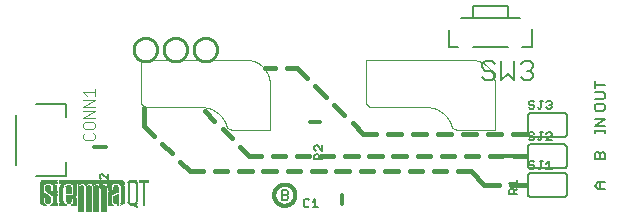
<source format=gbr>
G04 EAGLE Gerber RS-274X export*
G75*
%MOMM*%
%FSLAX34Y34*%
%LPD*%
%INSilkscreen Top*%
%IPPOS*%
%AMOC8*
5,1,8,0,0,1.08239X$1,22.5*%
G01*
%ADD10C,0.127000*%
%ADD11C,0.254000*%
%ADD12C,0.406400*%
%ADD13C,0.060000*%
%ADD14C,0.304800*%
%ADD15C,0.152400*%
%ADD16C,0.203200*%
%ADD17C,0.076200*%
%ADD18R,0.462278X0.022863*%
%ADD19R,0.462281X0.022863*%
%ADD20R,0.436881X0.022863*%
%ADD21R,0.462278X0.023113*%
%ADD22R,0.462281X0.023113*%
%ADD23R,0.436881X0.023113*%
%ADD24R,0.462278X0.023116*%
%ADD25R,0.462281X0.023116*%
%ADD26R,0.436881X0.023116*%
%ADD27R,0.022863X0.023113*%
%ADD28R,0.091441X0.023116*%
%ADD29R,0.139700X0.023113*%
%ADD30R,0.185419X0.023116*%
%ADD31R,0.254000X0.023113*%
%ADD32R,0.299719X0.023113*%
%ADD33R,0.345438X0.023116*%
%ADD34R,0.391159X0.023113*%
%ADD35R,0.393700X0.023116*%
%ADD36R,0.325119X0.022863*%
%ADD37R,0.599438X0.022863*%
%ADD38R,0.622300X0.022863*%
%ADD39R,0.530859X0.022863*%
%ADD40R,0.439422X0.022863*%
%ADD41R,0.231138X0.022863*%
%ADD42R,0.071119X0.022863*%
%ADD43R,0.533400X0.022863*%
%ADD44R,0.208281X0.022863*%
%ADD45R,0.345441X0.023113*%
%ADD46R,0.576578X0.023113*%
%ADD47R,0.599438X0.023113*%
%ADD48R,0.508000X0.023113*%
%ADD49R,0.416563X0.023113*%
%ADD50R,0.208278X0.023113*%
%ADD51R,0.553722X0.023113*%
%ADD52R,0.208281X0.023113*%
%ADD53R,0.345441X0.023116*%
%ADD54R,0.530859X0.023116*%
%ADD55R,0.370841X0.023116*%
%ADD56R,0.162559X0.023116*%
%ADD57R,0.576581X0.023116*%
%ADD58R,0.208281X0.023116*%
%ADD59R,0.322578X0.023113*%
%ADD60R,0.485137X0.023113*%
%ADD61R,0.416559X0.023113*%
%ADD62R,0.347981X0.023113*%
%ADD63R,0.116838X0.023113*%
%ADD64R,0.647700X0.023113*%
%ADD65R,0.322581X0.023116*%
%ADD66R,0.485137X0.023116*%
%ADD67R,0.093978X0.023116*%
%ADD68R,0.231141X0.023116*%
%ADD69R,0.693419X0.023116*%
%ADD70R,0.322581X0.023113*%
%ADD71R,0.439419X0.023113*%
%ADD72R,0.370841X0.023113*%
%ADD73R,0.299722X0.023113*%
%ADD74R,0.045719X0.023113*%
%ADD75R,0.739138X0.023113*%
%ADD76R,0.414019X0.023113*%
%ADD77R,0.347978X0.023113*%
%ADD78R,0.762000X0.023113*%
%ADD79R,0.414019X0.023116*%
%ADD80R,0.182881X0.023116*%
%ADD81R,0.347978X0.023116*%
%ADD82R,0.276863X0.023116*%
%ADD83R,0.116841X0.023116*%
%ADD84R,0.276859X0.023116*%
%ADD85R,0.784863X0.023116*%
%ADD86R,0.325119X0.023113*%
%ADD87R,0.276863X0.023113*%
%ADD88R,0.276859X0.023113*%
%ADD89R,0.325119X0.023116*%
%ADD90R,0.391159X0.023116*%
%ADD91R,0.302259X0.023116*%
%ADD92R,0.254000X0.023116*%
%ADD93R,0.302259X0.023113*%
%ADD94R,0.393700X0.023113*%
%ADD95R,0.231141X0.023113*%
%ADD96R,0.302259X0.022863*%
%ADD97R,0.439419X0.022863*%
%ADD98R,0.368300X0.022863*%
%ADD99R,0.391159X0.022863*%
%ADD100R,0.416559X0.022863*%
%ADD101R,0.276863X0.022863*%
%ADD102R,0.205741X0.022863*%
%ADD103R,0.368300X0.023113*%
%ADD104R,0.205741X0.023113*%
%ADD105R,0.368300X0.023116*%
%ADD106R,0.205741X0.023116*%
%ADD107R,0.182881X0.023113*%
%ADD108R,0.276859X0.022863*%
%ADD109R,0.182881X0.022863*%
%ADD110R,0.924559X0.023113*%
%ADD111R,0.924559X0.023116*%
%ADD112R,0.901700X0.023113*%
%ADD113R,0.901700X0.023116*%
%ADD114R,0.878841X0.023113*%
%ADD115R,0.855981X0.023116*%
%ADD116R,0.833119X0.023113*%
%ADD117R,0.787400X0.022863*%
%ADD118R,0.414019X0.022863*%
%ADD119R,0.924559X0.022863*%
%ADD120R,0.739141X0.023113*%
%ADD121R,0.716281X0.023116*%
%ADD122R,0.299722X0.023116*%
%ADD123R,0.670559X0.023113*%
%ADD124R,0.647700X0.023116*%
%ADD125R,0.508000X0.023116*%
%ADD126R,0.299719X0.023116*%
%ADD127R,0.601981X0.023113*%
%ADD128R,0.530859X0.023113*%
%ADD129R,0.231138X0.023113*%
%ADD130R,0.556259X0.023113*%
%ADD131R,0.185419X0.023113*%
%ADD132R,0.533400X0.023116*%
%ADD133R,0.599438X0.023116*%
%ADD134R,0.416563X0.023116*%
%ADD135R,0.116838X0.023116*%
%ADD136R,0.485141X0.023113*%
%ADD137R,0.645159X0.023113*%
%ADD138R,0.716278X0.023113*%
%ADD139R,0.393700X0.022863*%
%ADD140R,0.762000X0.022863*%
%ADD141R,0.624841X0.022863*%
%ADD142R,0.784859X0.023113*%
%ADD143R,0.693422X0.023113*%
%ADD144R,0.830578X0.023116*%
%ADD145R,0.739141X0.023116*%
%ADD146R,0.876300X0.023113*%
%ADD147R,0.807722X0.023113*%
%ADD148R,0.899159X0.023116*%
%ADD149R,0.878841X0.023116*%
%ADD150R,0.922019X0.023113*%
%ADD151R,0.947419X0.023113*%
%ADD152R,0.970278X0.023116*%
%ADD153R,0.970278X0.023113*%
%ADD154R,0.439419X0.023116*%
%ADD155R,0.299722X0.022863*%
%ADD156R,0.416559X0.023116*%
%ADD157R,0.347981X0.023116*%
%ADD158R,0.137159X0.023113*%
%ADD159R,0.093978X0.023113*%
%ADD160R,0.091441X0.023113*%
%ADD161R,0.093981X0.023113*%
%ADD162R,0.114300X0.023113*%
%ADD163R,0.045719X0.023116*%
%ADD164R,0.045722X0.023116*%
%ADD165R,0.071119X0.023113*%
%ADD166R,0.116841X0.023113*%
%ADD167R,0.139700X0.023116*%
%ADD168R,0.322581X0.022863*%
%ADD169R,0.345441X0.022863*%
%ADD170R,0.162559X0.022863*%
%ADD171R,0.576581X0.022863*%
%ADD172R,0.668019X0.023113*%
%ADD173R,0.533400X0.023113*%
%ADD174R,1.455419X0.023116*%
%ADD175R,5.519419X0.023116*%
%ADD176R,1.455419X0.023113*%
%ADD177R,5.519419X0.023113*%
%ADD178R,5.494019X0.023116*%
%ADD179R,1.430019X0.023113*%
%ADD180R,5.494019X0.023113*%
%ADD181R,1.430019X0.023116*%
%ADD182R,5.471159X0.023116*%
%ADD183R,0.762000X0.023116*%
%ADD184R,1.407159X0.023113*%
%ADD185R,5.471159X0.023113*%
%ADD186R,1.384300X0.022863*%
%ADD187R,5.448300X0.022863*%
%ADD188R,0.716278X0.022863*%
%ADD189R,0.878841X0.022863*%
%ADD190R,1.361438X0.023113*%
%ADD191R,5.425438X0.023113*%
%ADD192R,1.338578X0.023116*%
%ADD193R,5.402578X0.023116*%
%ADD194R,0.624841X0.023116*%
%ADD195R,1.292859X0.023113*%
%ADD196R,5.356859X0.023113*%
%ADD197R,1.224278X0.023116*%
%ADD198R,5.288278X0.023116*%


D10*
X503555Y72157D02*
X497623Y72157D01*
X494657Y75123D01*
X497623Y78089D01*
X503555Y78089D01*
X499106Y78089D02*
X499106Y72157D01*
X503555Y97557D02*
X494657Y97557D01*
X494657Y102006D01*
X496140Y103489D01*
X497623Y103489D01*
X499106Y102006D01*
X500589Y103489D01*
X502072Y103489D01*
X503555Y102006D01*
X503555Y97557D01*
X499106Y97557D02*
X499106Y102006D01*
X503555Y119839D02*
X503555Y122805D01*
X503555Y121322D02*
X494657Y121322D01*
X494657Y119839D02*
X494657Y122805D01*
X494657Y126076D02*
X503555Y126076D01*
X503555Y132008D02*
X494657Y126076D01*
X494657Y132008D02*
X503555Y132008D01*
X494657Y140485D02*
X494657Y143451D01*
X494657Y140485D02*
X496140Y139002D01*
X502072Y139002D01*
X503555Y140485D01*
X503555Y143451D01*
X502072Y144934D01*
X496140Y144934D01*
X494657Y143451D01*
X494657Y148357D02*
X502072Y148357D01*
X503555Y149840D01*
X503555Y152806D01*
X502072Y154289D01*
X494657Y154289D01*
X494657Y160678D02*
X503555Y160678D01*
X494657Y157713D02*
X494657Y163644D01*
D11*
X155181Y190500D02*
X155184Y190743D01*
X155193Y190987D01*
X155208Y191230D01*
X155229Y191472D01*
X155256Y191714D01*
X155288Y191955D01*
X155327Y192196D01*
X155372Y192435D01*
X155422Y192673D01*
X155478Y192910D01*
X155540Y193146D01*
X155608Y193379D01*
X155682Y193611D01*
X155761Y193842D01*
X155846Y194070D01*
X155936Y194296D01*
X156032Y194520D01*
X156133Y194741D01*
X156240Y194960D01*
X156352Y195176D01*
X156470Y195389D01*
X156592Y195599D01*
X156720Y195807D01*
X156853Y196011D01*
X156990Y196211D01*
X157133Y196409D01*
X157280Y196602D01*
X157433Y196793D01*
X157589Y196979D01*
X157751Y197161D01*
X157916Y197340D01*
X158086Y197514D01*
X158260Y197684D01*
X158439Y197849D01*
X158621Y198011D01*
X158807Y198167D01*
X158998Y198320D01*
X159191Y198467D01*
X159389Y198610D01*
X159589Y198747D01*
X159793Y198880D01*
X160001Y199008D01*
X160211Y199130D01*
X160424Y199248D01*
X160640Y199360D01*
X160859Y199467D01*
X161080Y199568D01*
X161304Y199664D01*
X161530Y199754D01*
X161758Y199839D01*
X161989Y199918D01*
X162221Y199992D01*
X162454Y200060D01*
X162690Y200122D01*
X162927Y200178D01*
X163165Y200228D01*
X163404Y200273D01*
X163645Y200312D01*
X163886Y200344D01*
X164128Y200371D01*
X164370Y200392D01*
X164613Y200407D01*
X164857Y200416D01*
X165100Y200419D01*
X165343Y200416D01*
X165587Y200407D01*
X165830Y200392D01*
X166072Y200371D01*
X166314Y200344D01*
X166555Y200312D01*
X166796Y200273D01*
X167035Y200228D01*
X167273Y200178D01*
X167510Y200122D01*
X167746Y200060D01*
X167979Y199992D01*
X168211Y199918D01*
X168442Y199839D01*
X168670Y199754D01*
X168896Y199664D01*
X169120Y199568D01*
X169341Y199467D01*
X169560Y199360D01*
X169776Y199248D01*
X169989Y199130D01*
X170199Y199008D01*
X170407Y198880D01*
X170611Y198747D01*
X170811Y198610D01*
X171009Y198467D01*
X171202Y198320D01*
X171393Y198167D01*
X171579Y198011D01*
X171761Y197849D01*
X171940Y197684D01*
X172114Y197514D01*
X172284Y197340D01*
X172449Y197161D01*
X172611Y196979D01*
X172767Y196793D01*
X172920Y196602D01*
X173067Y196409D01*
X173210Y196211D01*
X173347Y196011D01*
X173480Y195807D01*
X173608Y195599D01*
X173730Y195389D01*
X173848Y195176D01*
X173960Y194960D01*
X174067Y194741D01*
X174168Y194520D01*
X174264Y194296D01*
X174354Y194070D01*
X174439Y193842D01*
X174518Y193611D01*
X174592Y193379D01*
X174660Y193146D01*
X174722Y192910D01*
X174778Y192673D01*
X174828Y192435D01*
X174873Y192196D01*
X174912Y191955D01*
X174944Y191714D01*
X174971Y191472D01*
X174992Y191230D01*
X175007Y190987D01*
X175016Y190743D01*
X175019Y190500D01*
X175016Y190257D01*
X175007Y190013D01*
X174992Y189770D01*
X174971Y189528D01*
X174944Y189286D01*
X174912Y189045D01*
X174873Y188804D01*
X174828Y188565D01*
X174778Y188327D01*
X174722Y188090D01*
X174660Y187854D01*
X174592Y187621D01*
X174518Y187389D01*
X174439Y187158D01*
X174354Y186930D01*
X174264Y186704D01*
X174168Y186480D01*
X174067Y186259D01*
X173960Y186040D01*
X173848Y185824D01*
X173730Y185611D01*
X173608Y185401D01*
X173480Y185193D01*
X173347Y184989D01*
X173210Y184789D01*
X173067Y184591D01*
X172920Y184398D01*
X172767Y184207D01*
X172611Y184021D01*
X172449Y183839D01*
X172284Y183660D01*
X172114Y183486D01*
X171940Y183316D01*
X171761Y183151D01*
X171579Y182989D01*
X171393Y182833D01*
X171202Y182680D01*
X171009Y182533D01*
X170811Y182390D01*
X170611Y182253D01*
X170407Y182120D01*
X170199Y181992D01*
X169989Y181870D01*
X169776Y181752D01*
X169560Y181640D01*
X169341Y181533D01*
X169120Y181432D01*
X168896Y181336D01*
X168670Y181246D01*
X168442Y181161D01*
X168211Y181082D01*
X167979Y181008D01*
X167746Y180940D01*
X167510Y180878D01*
X167273Y180822D01*
X167035Y180772D01*
X166796Y180727D01*
X166555Y180688D01*
X166314Y180656D01*
X166072Y180629D01*
X165830Y180608D01*
X165587Y180593D01*
X165343Y180584D01*
X165100Y180581D01*
X164857Y180584D01*
X164613Y180593D01*
X164370Y180608D01*
X164128Y180629D01*
X163886Y180656D01*
X163645Y180688D01*
X163404Y180727D01*
X163165Y180772D01*
X162927Y180822D01*
X162690Y180878D01*
X162454Y180940D01*
X162221Y181008D01*
X161989Y181082D01*
X161758Y181161D01*
X161530Y181246D01*
X161304Y181336D01*
X161080Y181432D01*
X160859Y181533D01*
X160640Y181640D01*
X160424Y181752D01*
X160211Y181870D01*
X160001Y181992D01*
X159793Y182120D01*
X159589Y182253D01*
X159389Y182390D01*
X159191Y182533D01*
X158998Y182680D01*
X158807Y182833D01*
X158621Y182989D01*
X158439Y183151D01*
X158260Y183316D01*
X158086Y183486D01*
X157916Y183660D01*
X157751Y183839D01*
X157589Y184021D01*
X157433Y184207D01*
X157280Y184398D01*
X157133Y184591D01*
X156990Y184789D01*
X156853Y184989D01*
X156720Y185193D01*
X156592Y185401D01*
X156470Y185611D01*
X156352Y185824D01*
X156240Y186040D01*
X156133Y186259D01*
X156032Y186480D01*
X155936Y186704D01*
X155846Y186930D01*
X155761Y187158D01*
X155682Y187389D01*
X155608Y187621D01*
X155540Y187854D01*
X155478Y188090D01*
X155422Y188327D01*
X155372Y188565D01*
X155327Y188804D01*
X155288Y189045D01*
X155256Y189286D01*
X155229Y189528D01*
X155208Y189770D01*
X155193Y190013D01*
X155184Y190257D01*
X155181Y190500D01*
X129781Y190500D02*
X129784Y190743D01*
X129793Y190987D01*
X129808Y191230D01*
X129829Y191472D01*
X129856Y191714D01*
X129888Y191955D01*
X129927Y192196D01*
X129972Y192435D01*
X130022Y192673D01*
X130078Y192910D01*
X130140Y193146D01*
X130208Y193379D01*
X130282Y193611D01*
X130361Y193842D01*
X130446Y194070D01*
X130536Y194296D01*
X130632Y194520D01*
X130733Y194741D01*
X130840Y194960D01*
X130952Y195176D01*
X131070Y195389D01*
X131192Y195599D01*
X131320Y195807D01*
X131453Y196011D01*
X131590Y196211D01*
X131733Y196409D01*
X131880Y196602D01*
X132033Y196793D01*
X132189Y196979D01*
X132351Y197161D01*
X132516Y197340D01*
X132686Y197514D01*
X132860Y197684D01*
X133039Y197849D01*
X133221Y198011D01*
X133407Y198167D01*
X133598Y198320D01*
X133791Y198467D01*
X133989Y198610D01*
X134189Y198747D01*
X134393Y198880D01*
X134601Y199008D01*
X134811Y199130D01*
X135024Y199248D01*
X135240Y199360D01*
X135459Y199467D01*
X135680Y199568D01*
X135904Y199664D01*
X136130Y199754D01*
X136358Y199839D01*
X136589Y199918D01*
X136821Y199992D01*
X137054Y200060D01*
X137290Y200122D01*
X137527Y200178D01*
X137765Y200228D01*
X138004Y200273D01*
X138245Y200312D01*
X138486Y200344D01*
X138728Y200371D01*
X138970Y200392D01*
X139213Y200407D01*
X139457Y200416D01*
X139700Y200419D01*
X139943Y200416D01*
X140187Y200407D01*
X140430Y200392D01*
X140672Y200371D01*
X140914Y200344D01*
X141155Y200312D01*
X141396Y200273D01*
X141635Y200228D01*
X141873Y200178D01*
X142110Y200122D01*
X142346Y200060D01*
X142579Y199992D01*
X142811Y199918D01*
X143042Y199839D01*
X143270Y199754D01*
X143496Y199664D01*
X143720Y199568D01*
X143941Y199467D01*
X144160Y199360D01*
X144376Y199248D01*
X144589Y199130D01*
X144799Y199008D01*
X145007Y198880D01*
X145211Y198747D01*
X145411Y198610D01*
X145609Y198467D01*
X145802Y198320D01*
X145993Y198167D01*
X146179Y198011D01*
X146361Y197849D01*
X146540Y197684D01*
X146714Y197514D01*
X146884Y197340D01*
X147049Y197161D01*
X147211Y196979D01*
X147367Y196793D01*
X147520Y196602D01*
X147667Y196409D01*
X147810Y196211D01*
X147947Y196011D01*
X148080Y195807D01*
X148208Y195599D01*
X148330Y195389D01*
X148448Y195176D01*
X148560Y194960D01*
X148667Y194741D01*
X148768Y194520D01*
X148864Y194296D01*
X148954Y194070D01*
X149039Y193842D01*
X149118Y193611D01*
X149192Y193379D01*
X149260Y193146D01*
X149322Y192910D01*
X149378Y192673D01*
X149428Y192435D01*
X149473Y192196D01*
X149512Y191955D01*
X149544Y191714D01*
X149571Y191472D01*
X149592Y191230D01*
X149607Y190987D01*
X149616Y190743D01*
X149619Y190500D01*
X149616Y190257D01*
X149607Y190013D01*
X149592Y189770D01*
X149571Y189528D01*
X149544Y189286D01*
X149512Y189045D01*
X149473Y188804D01*
X149428Y188565D01*
X149378Y188327D01*
X149322Y188090D01*
X149260Y187854D01*
X149192Y187621D01*
X149118Y187389D01*
X149039Y187158D01*
X148954Y186930D01*
X148864Y186704D01*
X148768Y186480D01*
X148667Y186259D01*
X148560Y186040D01*
X148448Y185824D01*
X148330Y185611D01*
X148208Y185401D01*
X148080Y185193D01*
X147947Y184989D01*
X147810Y184789D01*
X147667Y184591D01*
X147520Y184398D01*
X147367Y184207D01*
X147211Y184021D01*
X147049Y183839D01*
X146884Y183660D01*
X146714Y183486D01*
X146540Y183316D01*
X146361Y183151D01*
X146179Y182989D01*
X145993Y182833D01*
X145802Y182680D01*
X145609Y182533D01*
X145411Y182390D01*
X145211Y182253D01*
X145007Y182120D01*
X144799Y181992D01*
X144589Y181870D01*
X144376Y181752D01*
X144160Y181640D01*
X143941Y181533D01*
X143720Y181432D01*
X143496Y181336D01*
X143270Y181246D01*
X143042Y181161D01*
X142811Y181082D01*
X142579Y181008D01*
X142346Y180940D01*
X142110Y180878D01*
X141873Y180822D01*
X141635Y180772D01*
X141396Y180727D01*
X141155Y180688D01*
X140914Y180656D01*
X140672Y180629D01*
X140430Y180608D01*
X140187Y180593D01*
X139943Y180584D01*
X139700Y180581D01*
X139457Y180584D01*
X139213Y180593D01*
X138970Y180608D01*
X138728Y180629D01*
X138486Y180656D01*
X138245Y180688D01*
X138004Y180727D01*
X137765Y180772D01*
X137527Y180822D01*
X137290Y180878D01*
X137054Y180940D01*
X136821Y181008D01*
X136589Y181082D01*
X136358Y181161D01*
X136130Y181246D01*
X135904Y181336D01*
X135680Y181432D01*
X135459Y181533D01*
X135240Y181640D01*
X135024Y181752D01*
X134811Y181870D01*
X134601Y181992D01*
X134393Y182120D01*
X134189Y182253D01*
X133989Y182390D01*
X133791Y182533D01*
X133598Y182680D01*
X133407Y182833D01*
X133221Y182989D01*
X133039Y183151D01*
X132860Y183316D01*
X132686Y183486D01*
X132516Y183660D01*
X132351Y183839D01*
X132189Y184021D01*
X132033Y184207D01*
X131880Y184398D01*
X131733Y184591D01*
X131590Y184789D01*
X131453Y184989D01*
X131320Y185193D01*
X131192Y185401D01*
X131070Y185611D01*
X130952Y185824D01*
X130840Y186040D01*
X130733Y186259D01*
X130632Y186480D01*
X130536Y186704D01*
X130446Y186930D01*
X130361Y187158D01*
X130282Y187389D01*
X130208Y187621D01*
X130140Y187854D01*
X130078Y188090D01*
X130022Y188327D01*
X129972Y188565D01*
X129927Y188804D01*
X129888Y189045D01*
X129856Y189286D01*
X129829Y189528D01*
X129808Y189770D01*
X129793Y190013D01*
X129784Y190257D01*
X129781Y190500D01*
X104381Y190500D02*
X104384Y190743D01*
X104393Y190987D01*
X104408Y191230D01*
X104429Y191472D01*
X104456Y191714D01*
X104488Y191955D01*
X104527Y192196D01*
X104572Y192435D01*
X104622Y192673D01*
X104678Y192910D01*
X104740Y193146D01*
X104808Y193379D01*
X104882Y193611D01*
X104961Y193842D01*
X105046Y194070D01*
X105136Y194296D01*
X105232Y194520D01*
X105333Y194741D01*
X105440Y194960D01*
X105552Y195176D01*
X105670Y195389D01*
X105792Y195599D01*
X105920Y195807D01*
X106053Y196011D01*
X106190Y196211D01*
X106333Y196409D01*
X106480Y196602D01*
X106633Y196793D01*
X106789Y196979D01*
X106951Y197161D01*
X107116Y197340D01*
X107286Y197514D01*
X107460Y197684D01*
X107639Y197849D01*
X107821Y198011D01*
X108007Y198167D01*
X108198Y198320D01*
X108391Y198467D01*
X108589Y198610D01*
X108789Y198747D01*
X108993Y198880D01*
X109201Y199008D01*
X109411Y199130D01*
X109624Y199248D01*
X109840Y199360D01*
X110059Y199467D01*
X110280Y199568D01*
X110504Y199664D01*
X110730Y199754D01*
X110958Y199839D01*
X111189Y199918D01*
X111421Y199992D01*
X111654Y200060D01*
X111890Y200122D01*
X112127Y200178D01*
X112365Y200228D01*
X112604Y200273D01*
X112845Y200312D01*
X113086Y200344D01*
X113328Y200371D01*
X113570Y200392D01*
X113813Y200407D01*
X114057Y200416D01*
X114300Y200419D01*
X114543Y200416D01*
X114787Y200407D01*
X115030Y200392D01*
X115272Y200371D01*
X115514Y200344D01*
X115755Y200312D01*
X115996Y200273D01*
X116235Y200228D01*
X116473Y200178D01*
X116710Y200122D01*
X116946Y200060D01*
X117179Y199992D01*
X117411Y199918D01*
X117642Y199839D01*
X117870Y199754D01*
X118096Y199664D01*
X118320Y199568D01*
X118541Y199467D01*
X118760Y199360D01*
X118976Y199248D01*
X119189Y199130D01*
X119399Y199008D01*
X119607Y198880D01*
X119811Y198747D01*
X120011Y198610D01*
X120209Y198467D01*
X120402Y198320D01*
X120593Y198167D01*
X120779Y198011D01*
X120961Y197849D01*
X121140Y197684D01*
X121314Y197514D01*
X121484Y197340D01*
X121649Y197161D01*
X121811Y196979D01*
X121967Y196793D01*
X122120Y196602D01*
X122267Y196409D01*
X122410Y196211D01*
X122547Y196011D01*
X122680Y195807D01*
X122808Y195599D01*
X122930Y195389D01*
X123048Y195176D01*
X123160Y194960D01*
X123267Y194741D01*
X123368Y194520D01*
X123464Y194296D01*
X123554Y194070D01*
X123639Y193842D01*
X123718Y193611D01*
X123792Y193379D01*
X123860Y193146D01*
X123922Y192910D01*
X123978Y192673D01*
X124028Y192435D01*
X124073Y192196D01*
X124112Y191955D01*
X124144Y191714D01*
X124171Y191472D01*
X124192Y191230D01*
X124207Y190987D01*
X124216Y190743D01*
X124219Y190500D01*
X124216Y190257D01*
X124207Y190013D01*
X124192Y189770D01*
X124171Y189528D01*
X124144Y189286D01*
X124112Y189045D01*
X124073Y188804D01*
X124028Y188565D01*
X123978Y188327D01*
X123922Y188090D01*
X123860Y187854D01*
X123792Y187621D01*
X123718Y187389D01*
X123639Y187158D01*
X123554Y186930D01*
X123464Y186704D01*
X123368Y186480D01*
X123267Y186259D01*
X123160Y186040D01*
X123048Y185824D01*
X122930Y185611D01*
X122808Y185401D01*
X122680Y185193D01*
X122547Y184989D01*
X122410Y184789D01*
X122267Y184591D01*
X122120Y184398D01*
X121967Y184207D01*
X121811Y184021D01*
X121649Y183839D01*
X121484Y183660D01*
X121314Y183486D01*
X121140Y183316D01*
X120961Y183151D01*
X120779Y182989D01*
X120593Y182833D01*
X120402Y182680D01*
X120209Y182533D01*
X120011Y182390D01*
X119811Y182253D01*
X119607Y182120D01*
X119399Y181992D01*
X119189Y181870D01*
X118976Y181752D01*
X118760Y181640D01*
X118541Y181533D01*
X118320Y181432D01*
X118096Y181336D01*
X117870Y181246D01*
X117642Y181161D01*
X117411Y181082D01*
X117179Y181008D01*
X116946Y180940D01*
X116710Y180878D01*
X116473Y180822D01*
X116235Y180772D01*
X115996Y180727D01*
X115755Y180688D01*
X115514Y180656D01*
X115272Y180629D01*
X115030Y180608D01*
X114787Y180593D01*
X114543Y180584D01*
X114300Y180581D01*
X114057Y180584D01*
X113813Y180593D01*
X113570Y180608D01*
X113328Y180629D01*
X113086Y180656D01*
X112845Y180688D01*
X112604Y180727D01*
X112365Y180772D01*
X112127Y180822D01*
X111890Y180878D01*
X111654Y180940D01*
X111421Y181008D01*
X111189Y181082D01*
X110958Y181161D01*
X110730Y181246D01*
X110504Y181336D01*
X110280Y181432D01*
X110059Y181533D01*
X109840Y181640D01*
X109624Y181752D01*
X109411Y181870D01*
X109201Y181992D01*
X108993Y182120D01*
X108789Y182253D01*
X108589Y182390D01*
X108391Y182533D01*
X108198Y182680D01*
X108007Y182833D01*
X107821Y182989D01*
X107639Y183151D01*
X107460Y183316D01*
X107286Y183486D01*
X107116Y183660D01*
X106951Y183839D01*
X106789Y184021D01*
X106633Y184207D01*
X106480Y184398D01*
X106333Y184591D01*
X106190Y184789D01*
X106053Y184989D01*
X105920Y185193D01*
X105792Y185401D01*
X105670Y185611D01*
X105552Y185824D01*
X105440Y186040D01*
X105333Y186259D01*
X105232Y186480D01*
X105136Y186704D01*
X105046Y186930D01*
X104961Y187158D01*
X104882Y187389D01*
X104808Y187621D01*
X104740Y187854D01*
X104678Y188090D01*
X104622Y188327D01*
X104572Y188565D01*
X104527Y188804D01*
X104488Y189045D01*
X104456Y189286D01*
X104429Y189528D01*
X104408Y189770D01*
X104393Y190013D01*
X104384Y190257D01*
X104381Y190500D01*
D12*
X425676Y119380D02*
X436880Y119380D01*
X415676Y119380D02*
X404471Y119380D01*
X394471Y119380D02*
X383267Y119380D01*
X373267Y119380D02*
X362063Y119380D01*
X352063Y119380D02*
X340859Y119380D01*
X330859Y119380D02*
X319654Y119380D01*
X309654Y119380D02*
X298450Y119380D01*
X289783Y128047D01*
X282712Y135118D02*
X274046Y143784D01*
X266974Y150856D02*
X258308Y159522D01*
X251237Y166593D02*
X242570Y175260D01*
X234235Y175260D01*
X224235Y175260D02*
X215900Y175260D01*
X426468Y100330D02*
X436880Y100330D01*
X416468Y100330D02*
X406055Y100330D01*
X396055Y100330D02*
X385643Y100330D01*
X375643Y100330D02*
X365230Y100330D01*
X355230Y100330D02*
X344818Y100330D01*
X334818Y100330D02*
X324405Y100330D01*
X314405Y100330D02*
X303993Y100330D01*
X293993Y100330D02*
X283580Y100330D01*
X273580Y100330D02*
X263168Y100330D01*
X253168Y100330D02*
X242755Y100330D01*
X232755Y100330D02*
X222343Y100330D01*
X212343Y100330D02*
X201930Y100330D01*
X194287Y108237D01*
X187337Y115427D02*
X179693Y123333D01*
X172743Y130523D02*
X165100Y138430D01*
X424100Y76200D02*
X436880Y76200D01*
X414100Y76200D02*
X401320Y76200D01*
X389890Y87630D01*
X379266Y87630D01*
X369266Y87630D02*
X358642Y87630D01*
X348642Y87630D02*
X338018Y87630D01*
X328018Y87630D02*
X317393Y87630D01*
X307393Y87630D02*
X296769Y87630D01*
X286769Y87630D02*
X276145Y87630D01*
X266145Y87630D02*
X255521Y87630D01*
X245521Y87630D02*
X234897Y87630D01*
X224897Y87630D02*
X214273Y87630D01*
X204273Y87630D02*
X193648Y87630D01*
X183648Y87630D02*
X173024Y87630D01*
X163024Y87630D02*
X152400Y87630D01*
X144067Y95694D01*
X136881Y102648D02*
X128549Y110712D01*
X121363Y117666D02*
X113030Y125730D01*
X113030Y140970D01*
D13*
X301000Y147050D02*
X301000Y181900D01*
X390150Y181900D01*
X390633Y181894D01*
X391116Y181877D01*
X391599Y181847D01*
X392080Y181807D01*
X392561Y181754D01*
X393040Y181690D01*
X393517Y181615D01*
X393993Y181527D01*
X394466Y181429D01*
X394936Y181319D01*
X395404Y181198D01*
X395869Y181065D01*
X396330Y180921D01*
X396788Y180766D01*
X397242Y180600D01*
X397692Y180423D01*
X398137Y180236D01*
X398578Y180037D01*
X399014Y179829D01*
X399444Y179609D01*
X399870Y179379D01*
X400289Y179139D01*
X400703Y178889D01*
X401110Y178629D01*
X401511Y178360D01*
X401906Y178080D01*
X402293Y177792D01*
X402674Y177493D01*
X403047Y177186D01*
X403412Y176870D01*
X403770Y176545D01*
X404120Y176212D01*
X404462Y175870D01*
X404795Y175520D01*
X405120Y175162D01*
X405436Y174797D01*
X405743Y174424D01*
X406042Y174043D01*
X406330Y173656D01*
X406610Y173261D01*
X406879Y172860D01*
X407139Y172453D01*
X407389Y172039D01*
X407629Y171620D01*
X407859Y171194D01*
X408079Y170764D01*
X408287Y170328D01*
X408486Y169887D01*
X408673Y169442D01*
X408850Y168992D01*
X409016Y168538D01*
X409171Y168080D01*
X409315Y167619D01*
X409448Y167154D01*
X409569Y166686D01*
X409679Y166216D01*
X409777Y165743D01*
X409865Y165267D01*
X409940Y164790D01*
X410004Y164311D01*
X410057Y163830D01*
X410097Y163349D01*
X410127Y162866D01*
X410144Y162383D01*
X410150Y161900D01*
X410150Y122850D01*
X372900Y127800D02*
X372697Y128301D01*
X372481Y128796D01*
X372253Y129287D01*
X372014Y129771D01*
X371763Y130250D01*
X371500Y130722D01*
X371225Y131188D01*
X370939Y131647D01*
X370643Y132099D01*
X370335Y132543D01*
X370016Y132980D01*
X369687Y133409D01*
X369348Y133829D01*
X368998Y134241D01*
X368638Y134645D01*
X368269Y135040D01*
X367890Y135425D01*
X367502Y135801D01*
X367104Y136168D01*
X366698Y136525D01*
X366283Y136871D01*
X365860Y137208D01*
X365429Y137534D01*
X364990Y137849D01*
X364543Y138154D01*
X364090Y138448D01*
X363629Y138730D01*
X363161Y139001D01*
X362687Y139261D01*
X362206Y139509D01*
X361720Y139745D01*
X361228Y139969D01*
X360731Y140181D01*
X360229Y140381D01*
X359722Y140568D01*
X359210Y140743D01*
X358695Y140906D01*
X358175Y141056D01*
X357652Y141193D01*
X357126Y141317D01*
X356597Y141429D01*
X356066Y141527D01*
X355532Y141613D01*
X354996Y141685D01*
X354459Y141744D01*
X353920Y141791D01*
X353381Y141824D01*
X352841Y141843D01*
X352300Y141850D01*
X373650Y125700D02*
X373705Y125578D01*
X373764Y125457D01*
X373826Y125338D01*
X373892Y125221D01*
X373960Y125106D01*
X374032Y124992D01*
X374108Y124881D01*
X374186Y124772D01*
X374267Y124665D01*
X374352Y124561D01*
X374439Y124459D01*
X374529Y124360D01*
X374622Y124263D01*
X374718Y124168D01*
X374816Y124077D01*
X374917Y123988D01*
X375020Y123903D01*
X375126Y123820D01*
X375234Y123740D01*
X375344Y123663D01*
X375456Y123590D01*
X375570Y123519D01*
X375687Y123452D01*
X375805Y123388D01*
X375925Y123328D01*
X376046Y123271D01*
X376169Y123217D01*
X376294Y123167D01*
X376420Y123121D01*
X376547Y123078D01*
X376675Y123039D01*
X376805Y123003D01*
X376935Y122971D01*
X377066Y122943D01*
X377198Y122918D01*
X377331Y122897D01*
X377464Y122880D01*
X377598Y122867D01*
X377732Y122858D01*
X377866Y122852D01*
X378000Y122850D01*
X373650Y125700D02*
X373447Y126182D01*
X373256Y126667D01*
X373076Y127158D01*
X372907Y127652D01*
X372750Y128150D01*
X378000Y122850D02*
X410150Y122850D01*
X352300Y141850D02*
X306050Y141850D01*
X305911Y141852D01*
X305772Y141858D01*
X305633Y141867D01*
X305494Y141881D01*
X305356Y141898D01*
X305219Y141919D01*
X305082Y141944D01*
X304946Y141972D01*
X304810Y142005D01*
X304676Y142041D01*
X304543Y142080D01*
X304410Y142124D01*
X304279Y142171D01*
X304150Y142221D01*
X304021Y142275D01*
X303895Y142333D01*
X303770Y142394D01*
X303646Y142459D01*
X303525Y142527D01*
X303405Y142598D01*
X303288Y142672D01*
X303172Y142750D01*
X303059Y142831D01*
X302948Y142915D01*
X302840Y143002D01*
X302733Y143092D01*
X302630Y143185D01*
X302529Y143280D01*
X302430Y143379D01*
X302335Y143480D01*
X302242Y143583D01*
X302152Y143690D01*
X302065Y143798D01*
X301981Y143909D01*
X301900Y144022D01*
X301822Y144138D01*
X301748Y144255D01*
X301677Y144375D01*
X301609Y144496D01*
X301544Y144620D01*
X301483Y144745D01*
X301425Y144871D01*
X301371Y145000D01*
X301321Y145129D01*
X301274Y145260D01*
X301230Y145393D01*
X301191Y145526D01*
X301155Y145660D01*
X301122Y145796D01*
X301094Y145932D01*
X301069Y146069D01*
X301048Y146206D01*
X301031Y146344D01*
X301017Y146483D01*
X301008Y146622D01*
X301002Y146761D01*
X301000Y146900D01*
D14*
X280670Y67500D02*
X280670Y59500D01*
D15*
X253090Y62912D02*
X251989Y64014D01*
X249785Y64014D01*
X248684Y62912D01*
X248684Y58506D01*
X249785Y57404D01*
X251989Y57404D01*
X253090Y58506D01*
X256168Y61810D02*
X258371Y64014D01*
X258371Y57404D01*
X256168Y57404D02*
X260574Y57404D01*
D13*
X110500Y147050D02*
X110500Y181900D01*
X199650Y181900D01*
X200133Y181894D01*
X200616Y181877D01*
X201099Y181847D01*
X201580Y181807D01*
X202061Y181754D01*
X202540Y181690D01*
X203017Y181615D01*
X203493Y181527D01*
X203966Y181429D01*
X204436Y181319D01*
X204904Y181198D01*
X205369Y181065D01*
X205830Y180921D01*
X206288Y180766D01*
X206742Y180600D01*
X207192Y180423D01*
X207637Y180236D01*
X208078Y180037D01*
X208514Y179829D01*
X208944Y179609D01*
X209370Y179379D01*
X209789Y179139D01*
X210203Y178889D01*
X210610Y178629D01*
X211011Y178360D01*
X211406Y178080D01*
X211793Y177792D01*
X212174Y177493D01*
X212547Y177186D01*
X212912Y176870D01*
X213270Y176545D01*
X213620Y176212D01*
X213962Y175870D01*
X214295Y175520D01*
X214620Y175162D01*
X214936Y174797D01*
X215243Y174424D01*
X215542Y174043D01*
X215830Y173656D01*
X216110Y173261D01*
X216379Y172860D01*
X216639Y172453D01*
X216889Y172039D01*
X217129Y171620D01*
X217359Y171194D01*
X217579Y170764D01*
X217787Y170328D01*
X217986Y169887D01*
X218173Y169442D01*
X218350Y168992D01*
X218516Y168538D01*
X218671Y168080D01*
X218815Y167619D01*
X218948Y167154D01*
X219069Y166686D01*
X219179Y166216D01*
X219277Y165743D01*
X219365Y165267D01*
X219440Y164790D01*
X219504Y164311D01*
X219557Y163830D01*
X219597Y163349D01*
X219627Y162866D01*
X219644Y162383D01*
X219650Y161900D01*
X219650Y122850D01*
X182400Y127800D02*
X182197Y128301D01*
X181981Y128796D01*
X181753Y129287D01*
X181514Y129771D01*
X181263Y130250D01*
X181000Y130722D01*
X180725Y131188D01*
X180439Y131647D01*
X180143Y132099D01*
X179835Y132543D01*
X179516Y132980D01*
X179187Y133409D01*
X178848Y133829D01*
X178498Y134241D01*
X178138Y134645D01*
X177769Y135040D01*
X177390Y135425D01*
X177002Y135801D01*
X176604Y136168D01*
X176198Y136525D01*
X175783Y136871D01*
X175360Y137208D01*
X174929Y137534D01*
X174490Y137849D01*
X174043Y138154D01*
X173590Y138448D01*
X173129Y138730D01*
X172661Y139001D01*
X172187Y139261D01*
X171706Y139509D01*
X171220Y139745D01*
X170728Y139969D01*
X170231Y140181D01*
X169729Y140381D01*
X169222Y140568D01*
X168710Y140743D01*
X168195Y140906D01*
X167675Y141056D01*
X167152Y141193D01*
X166626Y141317D01*
X166097Y141429D01*
X165566Y141527D01*
X165032Y141613D01*
X164496Y141685D01*
X163959Y141744D01*
X163420Y141791D01*
X162881Y141824D01*
X162341Y141843D01*
X161800Y141850D01*
X183150Y125700D02*
X183205Y125578D01*
X183264Y125457D01*
X183326Y125338D01*
X183392Y125221D01*
X183460Y125106D01*
X183532Y124992D01*
X183608Y124881D01*
X183686Y124772D01*
X183767Y124665D01*
X183852Y124561D01*
X183939Y124459D01*
X184029Y124360D01*
X184122Y124263D01*
X184218Y124168D01*
X184316Y124077D01*
X184417Y123988D01*
X184520Y123903D01*
X184626Y123820D01*
X184734Y123740D01*
X184844Y123663D01*
X184956Y123590D01*
X185070Y123519D01*
X185187Y123452D01*
X185305Y123388D01*
X185425Y123328D01*
X185546Y123271D01*
X185669Y123217D01*
X185794Y123167D01*
X185920Y123121D01*
X186047Y123078D01*
X186175Y123039D01*
X186305Y123003D01*
X186435Y122971D01*
X186566Y122943D01*
X186698Y122918D01*
X186831Y122897D01*
X186964Y122880D01*
X187098Y122867D01*
X187232Y122858D01*
X187366Y122852D01*
X187500Y122850D01*
X183150Y125700D02*
X182947Y126182D01*
X182756Y126667D01*
X182576Y127158D01*
X182407Y127652D01*
X182250Y128150D01*
X187500Y122850D02*
X219650Y122850D01*
X161800Y141850D02*
X115550Y141850D01*
X115411Y141852D01*
X115272Y141858D01*
X115133Y141867D01*
X114994Y141881D01*
X114856Y141898D01*
X114719Y141919D01*
X114582Y141944D01*
X114446Y141972D01*
X114310Y142005D01*
X114176Y142041D01*
X114043Y142080D01*
X113910Y142124D01*
X113779Y142171D01*
X113650Y142221D01*
X113521Y142275D01*
X113395Y142333D01*
X113270Y142394D01*
X113146Y142459D01*
X113025Y142527D01*
X112905Y142598D01*
X112788Y142672D01*
X112672Y142750D01*
X112559Y142831D01*
X112448Y142915D01*
X112340Y143002D01*
X112233Y143092D01*
X112130Y143185D01*
X112029Y143280D01*
X111930Y143379D01*
X111835Y143480D01*
X111742Y143583D01*
X111652Y143690D01*
X111565Y143798D01*
X111481Y143909D01*
X111400Y144022D01*
X111322Y144138D01*
X111248Y144255D01*
X111177Y144375D01*
X111109Y144496D01*
X111044Y144620D01*
X110983Y144745D01*
X110925Y144871D01*
X110871Y145000D01*
X110821Y145129D01*
X110774Y145260D01*
X110730Y145393D01*
X110691Y145526D01*
X110655Y145660D01*
X110622Y145796D01*
X110594Y145932D01*
X110569Y146069D01*
X110548Y146206D01*
X110531Y146344D01*
X110517Y146483D01*
X110508Y146622D01*
X110502Y146761D01*
X110500Y146900D01*
D16*
X440690Y66040D02*
X468630Y66040D01*
X471170Y83820D02*
X471168Y83920D01*
X471162Y84019D01*
X471152Y84119D01*
X471139Y84217D01*
X471121Y84316D01*
X471100Y84413D01*
X471075Y84509D01*
X471046Y84605D01*
X471013Y84699D01*
X470977Y84792D01*
X470937Y84883D01*
X470893Y84973D01*
X470846Y85061D01*
X470796Y85147D01*
X470742Y85231D01*
X470685Y85313D01*
X470625Y85392D01*
X470561Y85470D01*
X470495Y85544D01*
X470426Y85616D01*
X470354Y85685D01*
X470280Y85751D01*
X470202Y85815D01*
X470123Y85875D01*
X470041Y85932D01*
X469957Y85986D01*
X469871Y86036D01*
X469783Y86083D01*
X469693Y86127D01*
X469602Y86167D01*
X469509Y86203D01*
X469415Y86236D01*
X469319Y86265D01*
X469223Y86290D01*
X469126Y86311D01*
X469027Y86329D01*
X468929Y86342D01*
X468829Y86352D01*
X468730Y86358D01*
X468630Y86360D01*
X440690Y86360D02*
X440590Y86358D01*
X440491Y86352D01*
X440391Y86342D01*
X440293Y86329D01*
X440194Y86311D01*
X440097Y86290D01*
X440001Y86265D01*
X439905Y86236D01*
X439811Y86203D01*
X439718Y86167D01*
X439627Y86127D01*
X439537Y86083D01*
X439449Y86036D01*
X439363Y85986D01*
X439279Y85932D01*
X439197Y85875D01*
X439118Y85815D01*
X439040Y85751D01*
X438966Y85685D01*
X438894Y85616D01*
X438825Y85544D01*
X438759Y85470D01*
X438695Y85392D01*
X438635Y85313D01*
X438578Y85231D01*
X438524Y85147D01*
X438474Y85061D01*
X438427Y84973D01*
X438383Y84883D01*
X438343Y84792D01*
X438307Y84699D01*
X438274Y84605D01*
X438245Y84509D01*
X438220Y84413D01*
X438199Y84316D01*
X438181Y84217D01*
X438168Y84119D01*
X438158Y84019D01*
X438152Y83920D01*
X438150Y83820D01*
X438150Y68580D02*
X438152Y68480D01*
X438158Y68381D01*
X438168Y68281D01*
X438181Y68183D01*
X438199Y68084D01*
X438220Y67987D01*
X438245Y67891D01*
X438274Y67795D01*
X438307Y67701D01*
X438343Y67608D01*
X438383Y67517D01*
X438427Y67427D01*
X438474Y67339D01*
X438524Y67253D01*
X438578Y67169D01*
X438635Y67087D01*
X438695Y67008D01*
X438759Y66930D01*
X438825Y66856D01*
X438894Y66784D01*
X438966Y66715D01*
X439040Y66649D01*
X439118Y66585D01*
X439197Y66525D01*
X439279Y66468D01*
X439363Y66414D01*
X439449Y66364D01*
X439537Y66317D01*
X439627Y66273D01*
X439718Y66233D01*
X439811Y66197D01*
X439905Y66164D01*
X440001Y66135D01*
X440097Y66110D01*
X440194Y66089D01*
X440293Y66071D01*
X440391Y66058D01*
X440491Y66048D01*
X440590Y66042D01*
X440690Y66040D01*
X468630Y66040D02*
X468730Y66042D01*
X468829Y66048D01*
X468929Y66058D01*
X469027Y66071D01*
X469126Y66089D01*
X469223Y66110D01*
X469319Y66135D01*
X469415Y66164D01*
X469509Y66197D01*
X469602Y66233D01*
X469693Y66273D01*
X469783Y66317D01*
X469871Y66364D01*
X469957Y66414D01*
X470041Y66468D01*
X470123Y66525D01*
X470202Y66585D01*
X470280Y66649D01*
X470354Y66715D01*
X470426Y66784D01*
X470495Y66856D01*
X470561Y66930D01*
X470625Y67008D01*
X470685Y67087D01*
X470742Y67169D01*
X470796Y67253D01*
X470846Y67339D01*
X470893Y67427D01*
X470937Y67517D01*
X470977Y67608D01*
X471013Y67701D01*
X471046Y67795D01*
X471075Y67891D01*
X471100Y67987D01*
X471121Y68084D01*
X471139Y68183D01*
X471152Y68281D01*
X471162Y68381D01*
X471168Y68480D01*
X471170Y68580D01*
X471170Y83820D01*
X438150Y83820D02*
X438150Y68580D01*
X440690Y86360D02*
X468630Y86360D01*
D15*
X443318Y95170D02*
X442217Y96272D01*
X440014Y96272D01*
X438912Y95170D01*
X438912Y94068D01*
X440014Y92967D01*
X442217Y92967D01*
X443318Y91865D01*
X443318Y90764D01*
X442217Y89662D01*
X440014Y89662D01*
X438912Y90764D01*
X446396Y90764D02*
X447498Y89662D01*
X448599Y89662D01*
X449701Y90764D01*
X449701Y96272D01*
X448599Y96272D02*
X450803Y96272D01*
X453880Y94068D02*
X456084Y96272D01*
X456084Y89662D01*
X458287Y89662D02*
X453880Y89662D01*
D16*
X440690Y90170D02*
X468630Y90170D01*
X471170Y107950D02*
X471168Y108050D01*
X471162Y108149D01*
X471152Y108249D01*
X471139Y108347D01*
X471121Y108446D01*
X471100Y108543D01*
X471075Y108639D01*
X471046Y108735D01*
X471013Y108829D01*
X470977Y108922D01*
X470937Y109013D01*
X470893Y109103D01*
X470846Y109191D01*
X470796Y109277D01*
X470742Y109361D01*
X470685Y109443D01*
X470625Y109522D01*
X470561Y109600D01*
X470495Y109674D01*
X470426Y109746D01*
X470354Y109815D01*
X470280Y109881D01*
X470202Y109945D01*
X470123Y110005D01*
X470041Y110062D01*
X469957Y110116D01*
X469871Y110166D01*
X469783Y110213D01*
X469693Y110257D01*
X469602Y110297D01*
X469509Y110333D01*
X469415Y110366D01*
X469319Y110395D01*
X469223Y110420D01*
X469126Y110441D01*
X469027Y110459D01*
X468929Y110472D01*
X468829Y110482D01*
X468730Y110488D01*
X468630Y110490D01*
X440690Y110490D02*
X440590Y110488D01*
X440491Y110482D01*
X440391Y110472D01*
X440293Y110459D01*
X440194Y110441D01*
X440097Y110420D01*
X440001Y110395D01*
X439905Y110366D01*
X439811Y110333D01*
X439718Y110297D01*
X439627Y110257D01*
X439537Y110213D01*
X439449Y110166D01*
X439363Y110116D01*
X439279Y110062D01*
X439197Y110005D01*
X439118Y109945D01*
X439040Y109881D01*
X438966Y109815D01*
X438894Y109746D01*
X438825Y109674D01*
X438759Y109600D01*
X438695Y109522D01*
X438635Y109443D01*
X438578Y109361D01*
X438524Y109277D01*
X438474Y109191D01*
X438427Y109103D01*
X438383Y109013D01*
X438343Y108922D01*
X438307Y108829D01*
X438274Y108735D01*
X438245Y108639D01*
X438220Y108543D01*
X438199Y108446D01*
X438181Y108347D01*
X438168Y108249D01*
X438158Y108149D01*
X438152Y108050D01*
X438150Y107950D01*
X438150Y92710D02*
X438152Y92610D01*
X438158Y92511D01*
X438168Y92411D01*
X438181Y92313D01*
X438199Y92214D01*
X438220Y92117D01*
X438245Y92021D01*
X438274Y91925D01*
X438307Y91831D01*
X438343Y91738D01*
X438383Y91647D01*
X438427Y91557D01*
X438474Y91469D01*
X438524Y91383D01*
X438578Y91299D01*
X438635Y91217D01*
X438695Y91138D01*
X438759Y91060D01*
X438825Y90986D01*
X438894Y90914D01*
X438966Y90845D01*
X439040Y90779D01*
X439118Y90715D01*
X439197Y90655D01*
X439279Y90598D01*
X439363Y90544D01*
X439449Y90494D01*
X439537Y90447D01*
X439627Y90403D01*
X439718Y90363D01*
X439811Y90327D01*
X439905Y90294D01*
X440001Y90265D01*
X440097Y90240D01*
X440194Y90219D01*
X440293Y90201D01*
X440391Y90188D01*
X440491Y90178D01*
X440590Y90172D01*
X440690Y90170D01*
X468630Y90170D02*
X468730Y90172D01*
X468829Y90178D01*
X468929Y90188D01*
X469027Y90201D01*
X469126Y90219D01*
X469223Y90240D01*
X469319Y90265D01*
X469415Y90294D01*
X469509Y90327D01*
X469602Y90363D01*
X469693Y90403D01*
X469783Y90447D01*
X469871Y90494D01*
X469957Y90544D01*
X470041Y90598D01*
X470123Y90655D01*
X470202Y90715D01*
X470280Y90779D01*
X470354Y90845D01*
X470426Y90914D01*
X470495Y90986D01*
X470561Y91060D01*
X470625Y91138D01*
X470685Y91217D01*
X470742Y91299D01*
X470796Y91383D01*
X470846Y91469D01*
X470893Y91557D01*
X470937Y91647D01*
X470977Y91738D01*
X471013Y91831D01*
X471046Y91925D01*
X471075Y92021D01*
X471100Y92117D01*
X471121Y92214D01*
X471139Y92313D01*
X471152Y92411D01*
X471162Y92511D01*
X471168Y92610D01*
X471170Y92710D01*
X471170Y107950D01*
X438150Y107950D02*
X438150Y92710D01*
X440690Y110490D02*
X468630Y110490D01*
D15*
X443318Y119300D02*
X442217Y120402D01*
X440014Y120402D01*
X438912Y119300D01*
X438912Y118198D01*
X440014Y117097D01*
X442217Y117097D01*
X443318Y115995D01*
X443318Y114894D01*
X442217Y113792D01*
X440014Y113792D01*
X438912Y114894D01*
X446396Y114894D02*
X447498Y113792D01*
X448599Y113792D01*
X449701Y114894D01*
X449701Y120402D01*
X448599Y120402D02*
X450803Y120402D01*
X453880Y113792D02*
X458287Y113792D01*
X458287Y118198D02*
X453880Y113792D01*
X458287Y118198D02*
X458287Y119300D01*
X457185Y120402D01*
X454982Y120402D01*
X453880Y119300D01*
D16*
X440690Y116840D02*
X468630Y116840D01*
X471170Y134620D02*
X471168Y134720D01*
X471162Y134819D01*
X471152Y134919D01*
X471139Y135017D01*
X471121Y135116D01*
X471100Y135213D01*
X471075Y135309D01*
X471046Y135405D01*
X471013Y135499D01*
X470977Y135592D01*
X470937Y135683D01*
X470893Y135773D01*
X470846Y135861D01*
X470796Y135947D01*
X470742Y136031D01*
X470685Y136113D01*
X470625Y136192D01*
X470561Y136270D01*
X470495Y136344D01*
X470426Y136416D01*
X470354Y136485D01*
X470280Y136551D01*
X470202Y136615D01*
X470123Y136675D01*
X470041Y136732D01*
X469957Y136786D01*
X469871Y136836D01*
X469783Y136883D01*
X469693Y136927D01*
X469602Y136967D01*
X469509Y137003D01*
X469415Y137036D01*
X469319Y137065D01*
X469223Y137090D01*
X469126Y137111D01*
X469027Y137129D01*
X468929Y137142D01*
X468829Y137152D01*
X468730Y137158D01*
X468630Y137160D01*
X440690Y137160D02*
X440590Y137158D01*
X440491Y137152D01*
X440391Y137142D01*
X440293Y137129D01*
X440194Y137111D01*
X440097Y137090D01*
X440001Y137065D01*
X439905Y137036D01*
X439811Y137003D01*
X439718Y136967D01*
X439627Y136927D01*
X439537Y136883D01*
X439449Y136836D01*
X439363Y136786D01*
X439279Y136732D01*
X439197Y136675D01*
X439118Y136615D01*
X439040Y136551D01*
X438966Y136485D01*
X438894Y136416D01*
X438825Y136344D01*
X438759Y136270D01*
X438695Y136192D01*
X438635Y136113D01*
X438578Y136031D01*
X438524Y135947D01*
X438474Y135861D01*
X438427Y135773D01*
X438383Y135683D01*
X438343Y135592D01*
X438307Y135499D01*
X438274Y135405D01*
X438245Y135309D01*
X438220Y135213D01*
X438199Y135116D01*
X438181Y135017D01*
X438168Y134919D01*
X438158Y134819D01*
X438152Y134720D01*
X438150Y134620D01*
X438150Y119380D02*
X438152Y119280D01*
X438158Y119181D01*
X438168Y119081D01*
X438181Y118983D01*
X438199Y118884D01*
X438220Y118787D01*
X438245Y118691D01*
X438274Y118595D01*
X438307Y118501D01*
X438343Y118408D01*
X438383Y118317D01*
X438427Y118227D01*
X438474Y118139D01*
X438524Y118053D01*
X438578Y117969D01*
X438635Y117887D01*
X438695Y117808D01*
X438759Y117730D01*
X438825Y117656D01*
X438894Y117584D01*
X438966Y117515D01*
X439040Y117449D01*
X439118Y117385D01*
X439197Y117325D01*
X439279Y117268D01*
X439363Y117214D01*
X439449Y117164D01*
X439537Y117117D01*
X439627Y117073D01*
X439718Y117033D01*
X439811Y116997D01*
X439905Y116964D01*
X440001Y116935D01*
X440097Y116910D01*
X440194Y116889D01*
X440293Y116871D01*
X440391Y116858D01*
X440491Y116848D01*
X440590Y116842D01*
X440690Y116840D01*
X468630Y116840D02*
X468730Y116842D01*
X468829Y116848D01*
X468929Y116858D01*
X469027Y116871D01*
X469126Y116889D01*
X469223Y116910D01*
X469319Y116935D01*
X469415Y116964D01*
X469509Y116997D01*
X469602Y117033D01*
X469693Y117073D01*
X469783Y117117D01*
X469871Y117164D01*
X469957Y117214D01*
X470041Y117268D01*
X470123Y117325D01*
X470202Y117385D01*
X470280Y117449D01*
X470354Y117515D01*
X470426Y117584D01*
X470495Y117656D01*
X470561Y117730D01*
X470625Y117808D01*
X470685Y117887D01*
X470742Y117969D01*
X470796Y118053D01*
X470846Y118139D01*
X470893Y118227D01*
X470937Y118317D01*
X470977Y118408D01*
X471013Y118501D01*
X471046Y118595D01*
X471075Y118691D01*
X471100Y118787D01*
X471121Y118884D01*
X471139Y118983D01*
X471152Y119081D01*
X471162Y119181D01*
X471168Y119280D01*
X471170Y119380D01*
X471170Y134620D01*
X438150Y134620D02*
X438150Y119380D01*
X440690Y137160D02*
X468630Y137160D01*
D15*
X443318Y145970D02*
X442217Y147072D01*
X440014Y147072D01*
X438912Y145970D01*
X438912Y144868D01*
X440014Y143767D01*
X442217Y143767D01*
X443318Y142665D01*
X443318Y141564D01*
X442217Y140462D01*
X440014Y140462D01*
X438912Y141564D01*
X446396Y141564D02*
X447498Y140462D01*
X448599Y140462D01*
X449701Y141564D01*
X449701Y147072D01*
X448599Y147072D02*
X450803Y147072D01*
X453880Y145970D02*
X454982Y147072D01*
X457185Y147072D01*
X458287Y145970D01*
X458287Y144868D01*
X457185Y143767D01*
X456084Y143767D01*
X457185Y143767D02*
X458287Y142665D01*
X458287Y141564D01*
X457185Y140462D01*
X454982Y140462D01*
X453880Y141564D01*
D14*
X426910Y100330D02*
X418910Y100330D01*
D15*
X422396Y68344D02*
X429006Y68344D01*
X422396Y68344D02*
X422396Y71649D01*
X423498Y72750D01*
X425701Y72750D01*
X426803Y71649D01*
X426803Y68344D01*
X426803Y70547D02*
X429006Y72750D01*
X424600Y75828D02*
X422396Y78031D01*
X429006Y78031D01*
X429006Y75828D02*
X429006Y80234D01*
D14*
X261810Y129540D02*
X253810Y129540D01*
D15*
X257296Y97554D02*
X263906Y97554D01*
X257296Y97554D02*
X257296Y100859D01*
X258398Y101960D01*
X260601Y101960D01*
X261703Y100859D01*
X261703Y97554D01*
X261703Y99757D02*
X263906Y101960D01*
X263906Y105038D02*
X263906Y109444D01*
X263906Y105038D02*
X259500Y109444D01*
X258398Y109444D01*
X257296Y108343D01*
X257296Y106139D01*
X258398Y105038D01*
X441400Y193200D02*
X441400Y208200D01*
X441400Y193200D02*
X433400Y193200D01*
X421400Y193200D02*
X391400Y193200D01*
X379400Y193200D02*
X371400Y193200D01*
X371400Y207200D01*
X421400Y217200D02*
X431400Y217200D01*
X421400Y217200D02*
X391400Y217200D01*
X381400Y217200D01*
X421400Y217200D02*
X421400Y227200D01*
X391400Y227200D01*
X391400Y217200D01*
X407492Y180962D02*
X410204Y178250D01*
X407492Y180962D02*
X402069Y180962D01*
X399357Y178250D01*
X399357Y175539D01*
X402069Y172827D01*
X407492Y172827D01*
X410204Y170115D01*
X410204Y167404D01*
X407492Y164692D01*
X402069Y164692D01*
X399357Y167404D01*
X415729Y164692D02*
X415729Y180962D01*
X421152Y170115D02*
X415729Y164692D01*
X421152Y170115D02*
X426575Y164692D01*
X426575Y180962D01*
X432100Y178250D02*
X434812Y180962D01*
X440235Y180962D01*
X442947Y178250D01*
X442947Y175539D01*
X440235Y172827D01*
X437524Y172827D01*
X440235Y172827D02*
X442947Y170115D01*
X442947Y167404D01*
X440235Y164692D01*
X434812Y164692D01*
X432100Y167404D01*
D14*
X223430Y67310D02*
X223433Y67530D01*
X223441Y67751D01*
X223454Y67971D01*
X223473Y68190D01*
X223498Y68409D01*
X223527Y68628D01*
X223562Y68845D01*
X223603Y69062D01*
X223648Y69278D01*
X223699Y69492D01*
X223755Y69705D01*
X223817Y69917D01*
X223883Y70127D01*
X223955Y70335D01*
X224032Y70542D01*
X224114Y70746D01*
X224200Y70949D01*
X224292Y71149D01*
X224389Y71348D01*
X224490Y71543D01*
X224597Y71736D01*
X224708Y71927D01*
X224823Y72114D01*
X224943Y72299D01*
X225068Y72481D01*
X225197Y72659D01*
X225331Y72835D01*
X225468Y73007D01*
X225610Y73175D01*
X225756Y73341D01*
X225906Y73502D01*
X226060Y73660D01*
X226218Y73814D01*
X226379Y73964D01*
X226545Y74110D01*
X226713Y74252D01*
X226885Y74389D01*
X227061Y74523D01*
X227239Y74652D01*
X227421Y74777D01*
X227606Y74897D01*
X227793Y75012D01*
X227984Y75123D01*
X228177Y75230D01*
X228372Y75331D01*
X228571Y75428D01*
X228771Y75520D01*
X228974Y75606D01*
X229178Y75688D01*
X229385Y75765D01*
X229593Y75837D01*
X229803Y75903D01*
X230015Y75965D01*
X230228Y76021D01*
X230442Y76072D01*
X230658Y76117D01*
X230875Y76158D01*
X231092Y76193D01*
X231311Y76222D01*
X231530Y76247D01*
X231749Y76266D01*
X231969Y76279D01*
X232190Y76287D01*
X232410Y76290D01*
X232630Y76287D01*
X232851Y76279D01*
X233071Y76266D01*
X233290Y76247D01*
X233509Y76222D01*
X233728Y76193D01*
X233945Y76158D01*
X234162Y76117D01*
X234378Y76072D01*
X234592Y76021D01*
X234805Y75965D01*
X235017Y75903D01*
X235227Y75837D01*
X235435Y75765D01*
X235642Y75688D01*
X235846Y75606D01*
X236049Y75520D01*
X236249Y75428D01*
X236448Y75331D01*
X236643Y75230D01*
X236836Y75123D01*
X237027Y75012D01*
X237214Y74897D01*
X237399Y74777D01*
X237581Y74652D01*
X237759Y74523D01*
X237935Y74389D01*
X238107Y74252D01*
X238275Y74110D01*
X238441Y73964D01*
X238602Y73814D01*
X238760Y73660D01*
X238914Y73502D01*
X239064Y73341D01*
X239210Y73175D01*
X239352Y73007D01*
X239489Y72835D01*
X239623Y72659D01*
X239752Y72481D01*
X239877Y72299D01*
X239997Y72114D01*
X240112Y71927D01*
X240223Y71736D01*
X240330Y71543D01*
X240431Y71348D01*
X240528Y71149D01*
X240620Y70949D01*
X240706Y70746D01*
X240788Y70542D01*
X240865Y70335D01*
X240937Y70127D01*
X241003Y69917D01*
X241065Y69705D01*
X241121Y69492D01*
X241172Y69278D01*
X241217Y69062D01*
X241258Y68845D01*
X241293Y68628D01*
X241322Y68409D01*
X241347Y68190D01*
X241366Y67971D01*
X241379Y67751D01*
X241387Y67530D01*
X241390Y67310D01*
X241387Y67090D01*
X241379Y66869D01*
X241366Y66649D01*
X241347Y66430D01*
X241322Y66211D01*
X241293Y65992D01*
X241258Y65775D01*
X241217Y65558D01*
X241172Y65342D01*
X241121Y65128D01*
X241065Y64915D01*
X241003Y64703D01*
X240937Y64493D01*
X240865Y64285D01*
X240788Y64078D01*
X240706Y63874D01*
X240620Y63671D01*
X240528Y63471D01*
X240431Y63272D01*
X240330Y63077D01*
X240223Y62884D01*
X240112Y62693D01*
X239997Y62506D01*
X239877Y62321D01*
X239752Y62139D01*
X239623Y61961D01*
X239489Y61785D01*
X239352Y61613D01*
X239210Y61445D01*
X239064Y61279D01*
X238914Y61118D01*
X238760Y60960D01*
X238602Y60806D01*
X238441Y60656D01*
X238275Y60510D01*
X238107Y60368D01*
X237935Y60231D01*
X237759Y60097D01*
X237581Y59968D01*
X237399Y59843D01*
X237214Y59723D01*
X237027Y59608D01*
X236836Y59497D01*
X236643Y59390D01*
X236448Y59289D01*
X236249Y59192D01*
X236049Y59100D01*
X235846Y59014D01*
X235642Y58932D01*
X235435Y58855D01*
X235227Y58783D01*
X235017Y58717D01*
X234805Y58655D01*
X234592Y58599D01*
X234378Y58548D01*
X234162Y58503D01*
X233945Y58462D01*
X233728Y58427D01*
X233509Y58398D01*
X233290Y58373D01*
X233071Y58354D01*
X232851Y58341D01*
X232630Y58333D01*
X232410Y58330D01*
X232190Y58333D01*
X231969Y58341D01*
X231749Y58354D01*
X231530Y58373D01*
X231311Y58398D01*
X231092Y58427D01*
X230875Y58462D01*
X230658Y58503D01*
X230442Y58548D01*
X230228Y58599D01*
X230015Y58655D01*
X229803Y58717D01*
X229593Y58783D01*
X229385Y58855D01*
X229178Y58932D01*
X228974Y59014D01*
X228771Y59100D01*
X228571Y59192D01*
X228372Y59289D01*
X228177Y59390D01*
X227984Y59497D01*
X227793Y59608D01*
X227606Y59723D01*
X227421Y59843D01*
X227239Y59968D01*
X227061Y60097D01*
X226885Y60231D01*
X226713Y60368D01*
X226545Y60510D01*
X226379Y60656D01*
X226218Y60806D01*
X226060Y60960D01*
X225906Y61118D01*
X225756Y61279D01*
X225610Y61445D01*
X225468Y61613D01*
X225331Y61785D01*
X225197Y61961D01*
X225068Y62139D01*
X224943Y62321D01*
X224823Y62506D01*
X224708Y62693D01*
X224597Y62884D01*
X224490Y63077D01*
X224389Y63272D01*
X224292Y63471D01*
X224200Y63671D01*
X224114Y63874D01*
X224032Y64078D01*
X223955Y64285D01*
X223883Y64493D01*
X223817Y64703D01*
X223755Y64915D01*
X223699Y65128D01*
X223648Y65342D01*
X223603Y65558D01*
X223562Y65775D01*
X223527Y65992D01*
X223498Y66211D01*
X223473Y66430D01*
X223454Y66649D01*
X223441Y66869D01*
X223433Y67090D01*
X223430Y67310D01*
D16*
X229870Y63246D02*
X229870Y71381D01*
X233937Y71381D01*
X235293Y70025D01*
X235293Y68669D01*
X233937Y67313D01*
X235293Y65958D01*
X235293Y64602D01*
X233937Y63246D01*
X229870Y63246D01*
X229870Y67313D02*
X233937Y67313D01*
D15*
X47540Y144300D02*
X21540Y144300D01*
X47540Y144300D02*
X47540Y133300D01*
X47540Y95300D02*
X47540Y83300D01*
X21540Y83300D01*
X4540Y93300D02*
X4540Y135300D01*
D17*
X61913Y118608D02*
X63481Y120176D01*
X61913Y118608D02*
X61913Y115473D01*
X63481Y113905D01*
X69751Y113905D01*
X71319Y115473D01*
X71319Y118608D01*
X69751Y120176D01*
X61913Y124828D02*
X61913Y127963D01*
X61913Y124828D02*
X63481Y123260D01*
X69751Y123260D01*
X71319Y124828D01*
X71319Y127963D01*
X69751Y129531D01*
X63481Y129531D01*
X61913Y127963D01*
X61913Y132615D02*
X71319Y132615D01*
X71319Y138886D02*
X61913Y132615D01*
X61913Y138886D02*
X71319Y138886D01*
X71319Y141971D02*
X61913Y141971D01*
X71319Y148241D01*
X61913Y148241D01*
X65048Y151326D02*
X61913Y154461D01*
X71319Y154461D01*
X71319Y151326D02*
X71319Y157596D01*
D14*
X71120Y107950D02*
X81280Y107950D01*
D15*
X76788Y77830D02*
X75686Y76729D01*
X75686Y74525D01*
X76788Y73424D01*
X81194Y73424D01*
X82296Y74525D01*
X82296Y76729D01*
X81194Y77830D01*
X82296Y80908D02*
X82296Y85314D01*
X82296Y80908D02*
X77890Y85314D01*
X76788Y85314D01*
X75686Y84213D01*
X75686Y82009D01*
X76788Y80908D01*
D18*
X60147Y53340D03*
D19*
X66396Y53340D03*
X72619Y53340D03*
D20*
X78969Y53340D03*
D21*
X60147Y53570D03*
D22*
X66396Y53570D03*
X72619Y53570D03*
D23*
X78969Y53570D03*
D24*
X60147Y53801D03*
D25*
X66396Y53801D03*
X72619Y53801D03*
D26*
X78969Y53801D03*
D21*
X60147Y54032D03*
D22*
X66396Y54032D03*
X72619Y54032D03*
D23*
X78969Y54032D03*
D24*
X60147Y54263D03*
D25*
X66396Y54263D03*
X72619Y54263D03*
D26*
X78969Y54263D03*
D21*
X60147Y54494D03*
D22*
X66396Y54494D03*
X72619Y54494D03*
D23*
X78969Y54494D03*
D21*
X60147Y54726D03*
D22*
X66396Y54726D03*
X72619Y54726D03*
D23*
X78969Y54726D03*
D24*
X60147Y54957D03*
D25*
X66396Y54957D03*
X72619Y54957D03*
D26*
X78969Y54957D03*
D21*
X60147Y55188D03*
D22*
X66396Y55188D03*
X72619Y55188D03*
D23*
X78969Y55188D03*
D24*
X60147Y55419D03*
D25*
X66396Y55419D03*
X72619Y55419D03*
D26*
X78969Y55419D03*
D21*
X60147Y55650D03*
D22*
X66396Y55650D03*
X72619Y55650D03*
D23*
X78969Y55650D03*
D18*
X60147Y55880D03*
D19*
X66396Y55880D03*
X72619Y55880D03*
D20*
X78969Y55880D03*
D21*
X60147Y56110D03*
D22*
X66396Y56110D03*
X72619Y56110D03*
D23*
X78969Y56110D03*
D27*
X107379Y56110D03*
D24*
X60147Y56341D03*
D25*
X66396Y56341D03*
X72619Y56341D03*
D26*
X78969Y56341D03*
D28*
X107264Y56341D03*
D21*
X60147Y56572D03*
D22*
X66396Y56572D03*
X72619Y56572D03*
D23*
X78969Y56572D03*
D29*
X107023Y56572D03*
D24*
X60147Y56803D03*
D25*
X66396Y56803D03*
X72619Y56803D03*
D26*
X78969Y56803D03*
D30*
X107023Y56803D03*
D21*
X60147Y57034D03*
D22*
X66396Y57034D03*
X72619Y57034D03*
D23*
X78969Y57034D03*
D31*
X106909Y57034D03*
D21*
X60147Y57266D03*
D22*
X66396Y57266D03*
X72619Y57266D03*
D23*
X78969Y57266D03*
D32*
X106680Y57266D03*
D24*
X60147Y57497D03*
D25*
X66396Y57497D03*
X72619Y57497D03*
D26*
X78969Y57497D03*
D33*
X106680Y57497D03*
D34*
X106451Y57728D03*
D35*
X105982Y57959D03*
D21*
X104953Y58190D03*
D36*
X28981Y58420D03*
D37*
X36830Y58420D03*
D38*
X44564Y58420D03*
D39*
X53581Y58420D03*
D18*
X60147Y58420D03*
D19*
X66396Y58420D03*
X72619Y58420D03*
D20*
X78969Y58420D03*
D40*
X85204Y58420D03*
D41*
X90869Y58420D03*
D42*
X93980Y58420D03*
D43*
X104140Y58420D03*
D44*
X113386Y58420D03*
D45*
X28626Y58650D03*
D46*
X36944Y58650D03*
D47*
X44450Y58650D03*
D48*
X53696Y58650D03*
D21*
X60147Y58650D03*
D22*
X66396Y58650D03*
X72619Y58650D03*
D23*
X78969Y58650D03*
D49*
X85090Y58650D03*
D50*
X90983Y58650D03*
D29*
X94323Y58650D03*
D51*
X103556Y58650D03*
D52*
X113386Y58650D03*
D53*
X28169Y58881D03*
D54*
X37173Y58881D03*
X44107Y58881D03*
D24*
X53924Y58881D03*
X60147Y58881D03*
D25*
X66396Y58881D03*
X72619Y58881D03*
D26*
X78969Y58881D03*
D55*
X84861Y58881D03*
D56*
X91211Y58881D03*
D30*
X94552Y58881D03*
D57*
X103442Y58881D03*
D58*
X113386Y58881D03*
D59*
X27826Y59112D03*
D60*
X37402Y59112D03*
D48*
X43993Y59112D03*
D61*
X54153Y59112D03*
D21*
X60147Y59112D03*
D22*
X66396Y59112D03*
X72619Y59112D03*
D23*
X78969Y59112D03*
D62*
X84747Y59112D03*
D63*
X91440Y59112D03*
D50*
X94666Y59112D03*
D64*
X103569Y59112D03*
D52*
X113386Y59112D03*
D65*
X27597Y59343D03*
D24*
X37516Y59343D03*
D66*
X43879Y59343D03*
D35*
X54267Y59343D03*
D24*
X60147Y59343D03*
D25*
X66396Y59343D03*
X72619Y59343D03*
D26*
X78969Y59343D03*
D65*
X84620Y59343D03*
D67*
X91554Y59343D03*
D68*
X94780Y59343D03*
D69*
X103569Y59343D03*
D58*
X113386Y59343D03*
D70*
X27369Y59574D03*
D71*
X37630Y59574D03*
D21*
X43764Y59574D03*
D72*
X54381Y59574D03*
D21*
X60147Y59574D03*
D22*
X66396Y59574D03*
X72619Y59574D03*
D23*
X78969Y59574D03*
D73*
X84506Y59574D03*
D74*
X91796Y59574D03*
D31*
X94894Y59574D03*
D75*
X103569Y59574D03*
D52*
X113386Y59574D03*
D70*
X27140Y59806D03*
D76*
X37757Y59806D03*
D71*
X43650Y59806D03*
D77*
X54496Y59806D03*
D21*
X60147Y59806D03*
D22*
X66396Y59806D03*
X72619Y59806D03*
D23*
X78969Y59806D03*
D73*
X84506Y59806D03*
D31*
X94894Y59806D03*
D78*
X103454Y59806D03*
D52*
X113386Y59806D03*
D65*
X27140Y60037D03*
D68*
X32220Y60037D03*
D79*
X37757Y60037D03*
X43523Y60037D03*
D80*
X49301Y60037D03*
D81*
X54496Y60037D03*
D24*
X60147Y60037D03*
D25*
X66396Y60037D03*
X72619Y60037D03*
D26*
X78969Y60037D03*
D82*
X84392Y60037D03*
D83*
X89129Y60037D03*
D84*
X95009Y60037D03*
D85*
X103569Y60037D03*
D58*
X113386Y60037D03*
D86*
X26899Y60268D03*
D70*
X32220Y60268D03*
D34*
X37871Y60268D03*
D76*
X43523Y60268D03*
D86*
X49301Y60268D03*
X54610Y60268D03*
D21*
X60147Y60268D03*
D22*
X66396Y60268D03*
X72619Y60268D03*
D23*
X78969Y60268D03*
D87*
X84392Y60268D03*
D88*
X89243Y60268D03*
X95009Y60268D03*
D87*
X101029Y60268D03*
D88*
X106337Y60268D03*
D52*
X113386Y60268D03*
D89*
X26899Y60499D03*
D55*
X32207Y60499D03*
D90*
X37871Y60499D03*
D79*
X43523Y60499D03*
D55*
X49301Y60499D03*
D89*
X54610Y60499D03*
D24*
X60147Y60499D03*
D25*
X66396Y60499D03*
X72619Y60499D03*
D26*
X78969Y60499D03*
D82*
X84392Y60499D03*
D53*
X89357Y60499D03*
D91*
X95136Y60499D03*
D92*
X100686Y60499D03*
D68*
X106566Y60499D03*
D58*
X113386Y60499D03*
D86*
X26899Y60730D03*
D61*
X32207Y60730D03*
D34*
X37871Y60730D03*
X43409Y60730D03*
D61*
X49301Y60730D03*
D93*
X54724Y60730D03*
D21*
X60147Y60730D03*
D22*
X66396Y60730D03*
X72619Y60730D03*
D23*
X78969Y60730D03*
D87*
X84392Y60730D03*
D94*
X89599Y60730D03*
D93*
X95136Y60730D03*
D95*
X100571Y60730D03*
D52*
X106680Y60730D03*
X113386Y60730D03*
D96*
X26784Y60960D03*
D97*
X32093Y60960D03*
D98*
X37986Y60960D03*
D99*
X43409Y60960D03*
D100*
X49301Y60960D03*
D96*
X54724Y60960D03*
D18*
X60147Y60960D03*
D19*
X66396Y60960D03*
X72619Y60960D03*
D20*
X78969Y60960D03*
D101*
X84392Y60960D03*
D97*
X89599Y60960D03*
D96*
X95136Y60960D03*
D102*
X100444Y60960D03*
D44*
X106680Y60960D03*
X113386Y60960D03*
D93*
X26784Y61190D03*
D21*
X32207Y61190D03*
D103*
X37986Y61190D03*
D34*
X43409Y61190D03*
D22*
X49301Y61190D03*
D93*
X54724Y61190D03*
D21*
X60147Y61190D03*
D22*
X66396Y61190D03*
X72619Y61190D03*
D23*
X78969Y61190D03*
D87*
X84392Y61190D03*
D21*
X89713Y61190D03*
D93*
X95136Y61190D03*
D104*
X100444Y61190D03*
D52*
X106909Y61190D03*
X113386Y61190D03*
D91*
X26784Y61421D03*
D24*
X32207Y61421D03*
D105*
X37986Y61421D03*
D90*
X43409Y61421D03*
D25*
X49301Y61421D03*
D91*
X54724Y61421D03*
D24*
X60147Y61421D03*
D25*
X66396Y61421D03*
X72619Y61421D03*
D26*
X78969Y61421D03*
D82*
X84392Y61421D03*
D24*
X89713Y61421D03*
D91*
X95136Y61421D03*
D106*
X100444Y61421D03*
D58*
X106909Y61421D03*
X113386Y61421D03*
D93*
X26784Y61652D03*
D21*
X32207Y61652D03*
D103*
X37986Y61652D03*
X43294Y61652D03*
D22*
X49301Y61652D03*
D93*
X54724Y61652D03*
D21*
X60147Y61652D03*
D22*
X66396Y61652D03*
X72619Y61652D03*
D23*
X78969Y61652D03*
D87*
X84392Y61652D03*
D21*
X89713Y61652D03*
D93*
X95136Y61652D03*
D104*
X100444Y61652D03*
D52*
X106909Y61652D03*
X113386Y61652D03*
D91*
X26784Y61883D03*
D24*
X32207Y61883D03*
D105*
X37986Y61883D03*
X43294Y61883D03*
D25*
X49301Y61883D03*
D91*
X54724Y61883D03*
D24*
X60147Y61883D03*
D25*
X66396Y61883D03*
X72619Y61883D03*
D26*
X78969Y61883D03*
D82*
X84392Y61883D03*
D24*
X89713Y61883D03*
D91*
X95136Y61883D03*
D80*
X100330Y61883D03*
D58*
X106909Y61883D03*
X113386Y61883D03*
D93*
X26784Y62114D03*
D21*
X32207Y62114D03*
D103*
X37986Y62114D03*
X43294Y62114D03*
D22*
X49301Y62114D03*
D93*
X54724Y62114D03*
D21*
X60147Y62114D03*
D22*
X66396Y62114D03*
X72619Y62114D03*
D23*
X78969Y62114D03*
D87*
X84392Y62114D03*
D21*
X89713Y62114D03*
D93*
X95136Y62114D03*
D107*
X100330Y62114D03*
D52*
X106909Y62114D03*
X113386Y62114D03*
D93*
X26784Y62346D03*
D21*
X32207Y62346D03*
D103*
X37986Y62346D03*
X43294Y62346D03*
D22*
X49301Y62346D03*
D88*
X54851Y62346D03*
D21*
X60147Y62346D03*
D22*
X66396Y62346D03*
X72619Y62346D03*
D23*
X78969Y62346D03*
D87*
X84392Y62346D03*
D21*
X89713Y62346D03*
D93*
X95136Y62346D03*
D107*
X100330Y62346D03*
D52*
X106909Y62346D03*
X113386Y62346D03*
D91*
X26784Y62577D03*
D24*
X32207Y62577D03*
D105*
X37986Y62577D03*
X43294Y62577D03*
D25*
X49301Y62577D03*
D84*
X54851Y62577D03*
D24*
X60147Y62577D03*
D25*
X66396Y62577D03*
X72619Y62577D03*
D26*
X78969Y62577D03*
D82*
X84392Y62577D03*
D24*
X89713Y62577D03*
D91*
X95136Y62577D03*
D80*
X100330Y62577D03*
D58*
X106909Y62577D03*
X113386Y62577D03*
D93*
X26784Y62808D03*
D21*
X32207Y62808D03*
D103*
X37986Y62808D03*
X43294Y62808D03*
D22*
X49301Y62808D03*
D88*
X54851Y62808D03*
D21*
X60147Y62808D03*
D22*
X66396Y62808D03*
X72619Y62808D03*
D23*
X78969Y62808D03*
D87*
X84392Y62808D03*
D21*
X89713Y62808D03*
D93*
X95136Y62808D03*
D107*
X100330Y62808D03*
D52*
X106909Y62808D03*
X113386Y62808D03*
D91*
X26784Y63039D03*
D24*
X32207Y63039D03*
D105*
X37986Y63039D03*
X43294Y63039D03*
D25*
X49301Y63039D03*
D84*
X54851Y63039D03*
D24*
X60147Y63039D03*
D25*
X66396Y63039D03*
X72619Y63039D03*
D26*
X78969Y63039D03*
D82*
X84392Y63039D03*
D24*
X89713Y63039D03*
D91*
X95136Y63039D03*
D80*
X100330Y63039D03*
D58*
X106909Y63039D03*
X113386Y63039D03*
D93*
X26784Y63270D03*
D21*
X32207Y63270D03*
D103*
X37986Y63270D03*
X43294Y63270D03*
D22*
X49301Y63270D03*
D88*
X54851Y63270D03*
D21*
X60147Y63270D03*
D22*
X66396Y63270D03*
X72619Y63270D03*
D23*
X78969Y63270D03*
D87*
X84392Y63270D03*
D21*
X89713Y63270D03*
D93*
X95136Y63270D03*
D107*
X100330Y63270D03*
D52*
X106909Y63270D03*
X113386Y63270D03*
D96*
X26784Y63500D03*
D18*
X32207Y63500D03*
D98*
X37986Y63500D03*
X43294Y63500D03*
D19*
X49301Y63500D03*
D108*
X54851Y63500D03*
D18*
X60147Y63500D03*
D19*
X66396Y63500D03*
X72619Y63500D03*
D20*
X78969Y63500D03*
D101*
X84392Y63500D03*
D18*
X89713Y63500D03*
D96*
X95136Y63500D03*
D109*
X100330Y63500D03*
D44*
X106909Y63500D03*
X113386Y63500D03*
D93*
X26784Y63730D03*
D21*
X32207Y63730D03*
D103*
X37986Y63730D03*
X43294Y63730D03*
D22*
X49301Y63730D03*
D88*
X54851Y63730D03*
D21*
X60147Y63730D03*
D22*
X66396Y63730D03*
X72619Y63730D03*
D23*
X78969Y63730D03*
D87*
X84392Y63730D03*
D21*
X89713Y63730D03*
D93*
X95136Y63730D03*
D107*
X100330Y63730D03*
D52*
X106909Y63730D03*
X113386Y63730D03*
D91*
X26784Y63961D03*
D24*
X32207Y63961D03*
D105*
X37986Y63961D03*
X43294Y63961D03*
D25*
X49301Y63961D03*
D84*
X54851Y63961D03*
D24*
X60147Y63961D03*
D25*
X66396Y63961D03*
X72619Y63961D03*
D26*
X78969Y63961D03*
D82*
X84392Y63961D03*
D24*
X89713Y63961D03*
D91*
X95136Y63961D03*
D80*
X100330Y63961D03*
D58*
X106909Y63961D03*
X113386Y63961D03*
D93*
X26784Y64192D03*
D21*
X32207Y64192D03*
D103*
X37986Y64192D03*
X43294Y64192D03*
D110*
X51613Y64192D03*
D21*
X60147Y64192D03*
D22*
X66396Y64192D03*
X72619Y64192D03*
D23*
X78969Y64192D03*
D87*
X84392Y64192D03*
D21*
X89713Y64192D03*
D93*
X95136Y64192D03*
D107*
X100330Y64192D03*
D52*
X106909Y64192D03*
X113386Y64192D03*
D91*
X26784Y64423D03*
D24*
X32207Y64423D03*
D105*
X37986Y64423D03*
X43294Y64423D03*
D111*
X51613Y64423D03*
D24*
X60147Y64423D03*
D25*
X66396Y64423D03*
X72619Y64423D03*
D26*
X78969Y64423D03*
D82*
X84392Y64423D03*
D24*
X89713Y64423D03*
D91*
X95136Y64423D03*
D80*
X100330Y64423D03*
D58*
X106909Y64423D03*
X113386Y64423D03*
D93*
X26784Y64654D03*
D71*
X32093Y64654D03*
D103*
X37986Y64654D03*
X43294Y64654D03*
D110*
X51613Y64654D03*
D21*
X60147Y64654D03*
D22*
X66396Y64654D03*
X72619Y64654D03*
D23*
X78969Y64654D03*
D87*
X84392Y64654D03*
D21*
X89713Y64654D03*
D93*
X95136Y64654D03*
D107*
X100330Y64654D03*
D52*
X106909Y64654D03*
X113386Y64654D03*
D112*
X29782Y64886D03*
D103*
X37986Y64886D03*
X43294Y64886D03*
D110*
X51613Y64886D03*
D21*
X60147Y64886D03*
D22*
X66396Y64886D03*
X72619Y64886D03*
D23*
X78969Y64886D03*
D87*
X84392Y64886D03*
D21*
X89713Y64886D03*
D93*
X95136Y64886D03*
D107*
X100330Y64886D03*
D52*
X106909Y64886D03*
X113386Y64886D03*
D113*
X29782Y65117D03*
D105*
X37986Y65117D03*
X43294Y65117D03*
D111*
X51613Y65117D03*
D24*
X60147Y65117D03*
D25*
X66396Y65117D03*
X72619Y65117D03*
D26*
X78969Y65117D03*
D82*
X84392Y65117D03*
D24*
X89713Y65117D03*
D91*
X95136Y65117D03*
D80*
X100330Y65117D03*
D58*
X106909Y65117D03*
X113386Y65117D03*
D114*
X29667Y65348D03*
D34*
X37871Y65348D03*
D103*
X43294Y65348D03*
D110*
X51613Y65348D03*
D21*
X60147Y65348D03*
D22*
X66396Y65348D03*
X72619Y65348D03*
D23*
X78969Y65348D03*
D87*
X84392Y65348D03*
D21*
X89713Y65348D03*
D93*
X95136Y65348D03*
D107*
X100330Y65348D03*
D52*
X106909Y65348D03*
X113386Y65348D03*
D115*
X29553Y65579D03*
D90*
X37871Y65579D03*
D105*
X43294Y65579D03*
D111*
X51613Y65579D03*
D24*
X60147Y65579D03*
D25*
X66396Y65579D03*
X72619Y65579D03*
D26*
X78969Y65579D03*
D82*
X84392Y65579D03*
D24*
X89713Y65579D03*
D91*
X95136Y65579D03*
D80*
X100330Y65579D03*
D58*
X106909Y65579D03*
X113386Y65579D03*
D116*
X29439Y65810D03*
D76*
X37757Y65810D03*
D103*
X43294Y65810D03*
D110*
X51613Y65810D03*
D21*
X60147Y65810D03*
D22*
X66396Y65810D03*
X72619Y65810D03*
D23*
X78969Y65810D03*
D87*
X84392Y65810D03*
D71*
X89827Y65810D03*
D93*
X95136Y65810D03*
D107*
X100330Y65810D03*
D52*
X106909Y65810D03*
X113386Y65810D03*
D117*
X29210Y66040D03*
D118*
X37757Y66040D03*
D98*
X43294Y66040D03*
D119*
X51613Y66040D03*
D18*
X60147Y66040D03*
D19*
X66396Y66040D03*
X72619Y66040D03*
D20*
X78969Y66040D03*
D101*
X84392Y66040D03*
D97*
X89827Y66040D03*
D96*
X95136Y66040D03*
D109*
X100330Y66040D03*
D44*
X106909Y66040D03*
X113386Y66040D03*
D120*
X28969Y66270D03*
D71*
X37630Y66270D03*
D103*
X43294Y66270D03*
D110*
X51613Y66270D03*
D21*
X60147Y66270D03*
D22*
X66396Y66270D03*
X72619Y66270D03*
D23*
X78969Y66270D03*
D73*
X84506Y66270D03*
D61*
X89941Y66270D03*
D93*
X95136Y66270D03*
D107*
X100330Y66270D03*
D52*
X106909Y66270D03*
X113386Y66270D03*
D121*
X28854Y66501D03*
D24*
X37516Y66501D03*
D105*
X43294Y66501D03*
D111*
X51613Y66501D03*
D24*
X60147Y66501D03*
D25*
X66396Y66501D03*
X72619Y66501D03*
D26*
X78969Y66501D03*
D122*
X84506Y66501D03*
D35*
X90056Y66501D03*
D91*
X95136Y66501D03*
D80*
X100330Y66501D03*
D58*
X106909Y66501D03*
X113386Y66501D03*
D123*
X28626Y66732D03*
D60*
X37402Y66732D03*
D103*
X43294Y66732D03*
D110*
X51613Y66732D03*
D21*
X60147Y66732D03*
D22*
X66396Y66732D03*
X72619Y66732D03*
D23*
X78969Y66732D03*
D70*
X84620Y66732D03*
D77*
X90284Y66732D03*
D93*
X95136Y66732D03*
D107*
X100330Y66732D03*
D52*
X106909Y66732D03*
X113386Y66732D03*
D124*
X28512Y66963D03*
D125*
X37287Y66963D03*
D105*
X43294Y66963D03*
D84*
X54851Y66963D03*
D24*
X60147Y66963D03*
D25*
X66396Y66963D03*
X72619Y66963D03*
D26*
X78969Y66963D03*
D65*
X84620Y66963D03*
D126*
X90526Y66963D03*
D91*
X95136Y66963D03*
D80*
X100330Y66963D03*
D58*
X106909Y66963D03*
X113386Y66963D03*
D127*
X28283Y67194D03*
D128*
X37173Y67194D03*
D103*
X43294Y67194D03*
D88*
X54851Y67194D03*
D21*
X60147Y67194D03*
D22*
X66396Y67194D03*
X72619Y67194D03*
D23*
X78969Y67194D03*
D62*
X84747Y67194D03*
D129*
X90869Y67194D03*
D93*
X95136Y67194D03*
D107*
X100330Y67194D03*
D52*
X106909Y67194D03*
X113386Y67194D03*
D130*
X28054Y67426D03*
D46*
X36944Y67426D03*
D103*
X43294Y67426D03*
D88*
X54851Y67426D03*
D21*
X60147Y67426D03*
D22*
X66396Y67426D03*
X72619Y67426D03*
D23*
X78969Y67426D03*
D72*
X84861Y67426D03*
D131*
X91097Y67426D03*
D93*
X95136Y67426D03*
D107*
X100330Y67426D03*
D52*
X106909Y67426D03*
X113386Y67426D03*
D132*
X27940Y67657D03*
D133*
X36830Y67657D03*
D105*
X43294Y67657D03*
D84*
X54851Y67657D03*
D24*
X60147Y67657D03*
D25*
X66396Y67657D03*
X72619Y67657D03*
D26*
X78969Y67657D03*
D134*
X85090Y67657D03*
D135*
X91440Y67657D03*
D91*
X95136Y67657D03*
D80*
X100330Y67657D03*
D58*
X106909Y67657D03*
X113386Y67657D03*
D136*
X27699Y67888D03*
D137*
X36601Y67888D03*
D103*
X43294Y67888D03*
D88*
X54851Y67888D03*
D21*
X60147Y67888D03*
D22*
X66396Y67888D03*
X72619Y67888D03*
D23*
X78969Y67888D03*
D22*
X85319Y67888D03*
D74*
X91796Y67888D03*
D93*
X95136Y67888D03*
D107*
X100330Y67888D03*
D52*
X106909Y67888D03*
X113386Y67888D03*
D25*
X27584Y68119D03*
D69*
X36360Y68119D03*
D105*
X43294Y68119D03*
D84*
X54851Y68119D03*
D24*
X60147Y68119D03*
D25*
X66396Y68119D03*
X72619Y68119D03*
D26*
X78969Y68119D03*
D125*
X85547Y68119D03*
D91*
X95136Y68119D03*
D80*
X100330Y68119D03*
D58*
X106909Y68119D03*
X113386Y68119D03*
D61*
X27356Y68350D03*
D138*
X36246Y68350D03*
D103*
X43294Y68350D03*
D88*
X54851Y68350D03*
D21*
X60147Y68350D03*
D22*
X66396Y68350D03*
X72619Y68350D03*
D23*
X78969Y68350D03*
D51*
X85776Y68350D03*
D93*
X95136Y68350D03*
D107*
X100330Y68350D03*
D52*
X106909Y68350D03*
X113386Y68350D03*
D139*
X27242Y68580D03*
D140*
X36017Y68580D03*
D98*
X43294Y68580D03*
D19*
X49301Y68580D03*
D108*
X54851Y68580D03*
D18*
X60147Y68580D03*
D19*
X66396Y68580D03*
X72619Y68580D03*
D20*
X78969Y68580D03*
D141*
X86131Y68580D03*
D96*
X95136Y68580D03*
D109*
X100330Y68580D03*
D44*
X106909Y68580D03*
X113386Y68580D03*
D72*
X27127Y68810D03*
D142*
X35903Y68810D03*
D103*
X43294Y68810D03*
D22*
X49301Y68810D03*
D88*
X54851Y68810D03*
D21*
X60147Y68810D03*
D22*
X66396Y68810D03*
X72619Y68810D03*
D23*
X78969Y68810D03*
D143*
X86474Y68810D03*
D93*
X95136Y68810D03*
D107*
X100330Y68810D03*
D52*
X106909Y68810D03*
X113386Y68810D03*
D55*
X27127Y69041D03*
D144*
X35674Y69041D03*
D105*
X43294Y69041D03*
D25*
X49301Y69041D03*
D84*
X54851Y69041D03*
D24*
X60147Y69041D03*
D25*
X66396Y69041D03*
X72619Y69041D03*
D26*
X78969Y69041D03*
D145*
X86703Y69041D03*
D91*
X95136Y69041D03*
D80*
X100330Y69041D03*
D58*
X106909Y69041D03*
X113386Y69041D03*
D62*
X27013Y69272D03*
D146*
X35446Y69272D03*
D103*
X43294Y69272D03*
D22*
X49301Y69272D03*
D88*
X54851Y69272D03*
D21*
X60147Y69272D03*
D22*
X66396Y69272D03*
X72619Y69272D03*
D23*
X78969Y69272D03*
D147*
X87046Y69272D03*
D93*
X95136Y69272D03*
D107*
X100330Y69272D03*
D52*
X106909Y69272D03*
X113386Y69272D03*
D89*
X26899Y69503D03*
D148*
X35331Y69503D03*
D105*
X43294Y69503D03*
D25*
X49301Y69503D03*
D84*
X54851Y69503D03*
D24*
X60147Y69503D03*
D25*
X66396Y69503D03*
X72619Y69503D03*
D26*
X78969Y69503D03*
D149*
X87401Y69503D03*
D91*
X95136Y69503D03*
D80*
X100330Y69503D03*
D58*
X106909Y69503D03*
X113386Y69503D03*
D86*
X26899Y69734D03*
D150*
X35217Y69734D03*
D103*
X43294Y69734D03*
D22*
X49301Y69734D03*
D88*
X54851Y69734D03*
D21*
X60147Y69734D03*
D22*
X66396Y69734D03*
X72619Y69734D03*
D23*
X78969Y69734D03*
D112*
X87516Y69734D03*
D93*
X95136Y69734D03*
D107*
X100330Y69734D03*
D52*
X106909Y69734D03*
X113386Y69734D03*
D86*
X26899Y69966D03*
D151*
X35090Y69966D03*
D103*
X43294Y69966D03*
D22*
X49301Y69966D03*
D88*
X54851Y69966D03*
D21*
X60147Y69966D03*
D22*
X66396Y69966D03*
X72619Y69966D03*
D23*
X78969Y69966D03*
D112*
X87516Y69966D03*
D93*
X95136Y69966D03*
D107*
X100330Y69966D03*
D52*
X106909Y69966D03*
X113386Y69966D03*
D91*
X26784Y70197D03*
D152*
X34976Y70197D03*
D105*
X43294Y70197D03*
D25*
X49301Y70197D03*
D84*
X54851Y70197D03*
D24*
X60147Y70197D03*
D25*
X66396Y70197D03*
X72619Y70197D03*
D26*
X78969Y70197D03*
D113*
X87516Y70197D03*
D91*
X95136Y70197D03*
D80*
X100330Y70197D03*
D58*
X106909Y70197D03*
X113386Y70197D03*
D93*
X26784Y70428D03*
D153*
X34976Y70428D03*
D103*
X43294Y70428D03*
D22*
X49301Y70428D03*
D88*
X54851Y70428D03*
D21*
X60147Y70428D03*
D22*
X66396Y70428D03*
X72619Y70428D03*
D23*
X78969Y70428D03*
D112*
X87516Y70428D03*
D93*
X95136Y70428D03*
D107*
X100330Y70428D03*
D52*
X106909Y70428D03*
X113386Y70428D03*
D91*
X26784Y70659D03*
D24*
X32207Y70659D03*
D105*
X37986Y70659D03*
X43294Y70659D03*
D25*
X49301Y70659D03*
D84*
X54851Y70659D03*
D24*
X60147Y70659D03*
D25*
X66396Y70659D03*
X72619Y70659D03*
D26*
X78969Y70659D03*
D113*
X87516Y70659D03*
D91*
X95136Y70659D03*
D80*
X100330Y70659D03*
D58*
X106909Y70659D03*
X113386Y70659D03*
D93*
X26784Y70890D03*
D21*
X32207Y70890D03*
D103*
X37986Y70890D03*
X43294Y70890D03*
D22*
X49301Y70890D03*
D88*
X54851Y70890D03*
D21*
X60147Y70890D03*
D22*
X66396Y70890D03*
X72619Y70890D03*
D23*
X78969Y70890D03*
D87*
X84392Y70890D03*
D71*
X89827Y70890D03*
D93*
X95136Y70890D03*
D107*
X100330Y70890D03*
D52*
X106909Y70890D03*
X113386Y70890D03*
D96*
X26784Y71120D03*
D18*
X32207Y71120D03*
D98*
X37986Y71120D03*
X43294Y71120D03*
D19*
X49301Y71120D03*
D108*
X54851Y71120D03*
D18*
X60147Y71120D03*
D19*
X66396Y71120D03*
X72619Y71120D03*
D20*
X78969Y71120D03*
D101*
X84392Y71120D03*
D97*
X89827Y71120D03*
D96*
X95136Y71120D03*
D109*
X100330Y71120D03*
D44*
X106909Y71120D03*
X113386Y71120D03*
D93*
X26784Y71350D03*
D21*
X32207Y71350D03*
D103*
X37986Y71350D03*
X43294Y71350D03*
D22*
X49301Y71350D03*
D88*
X54851Y71350D03*
D21*
X60147Y71350D03*
D22*
X66396Y71350D03*
X72619Y71350D03*
D23*
X78969Y71350D03*
D87*
X84392Y71350D03*
D71*
X89827Y71350D03*
D93*
X95136Y71350D03*
D107*
X100330Y71350D03*
D52*
X106909Y71350D03*
X113386Y71350D03*
D91*
X26784Y71581D03*
D24*
X32207Y71581D03*
D105*
X37986Y71581D03*
X43294Y71581D03*
D25*
X49301Y71581D03*
D84*
X54851Y71581D03*
D24*
X60147Y71581D03*
D25*
X66396Y71581D03*
X72619Y71581D03*
D26*
X78969Y71581D03*
D82*
X84392Y71581D03*
D154*
X89827Y71581D03*
D91*
X95136Y71581D03*
D80*
X100330Y71581D03*
D58*
X106909Y71581D03*
X113386Y71581D03*
D93*
X26784Y71812D03*
D21*
X32207Y71812D03*
D103*
X37986Y71812D03*
X43294Y71812D03*
D22*
X49301Y71812D03*
D88*
X54851Y71812D03*
D21*
X60147Y71812D03*
D22*
X66396Y71812D03*
X72619Y71812D03*
D23*
X78969Y71812D03*
D87*
X84392Y71812D03*
D71*
X89827Y71812D03*
D93*
X95136Y71812D03*
D107*
X100330Y71812D03*
D52*
X106909Y71812D03*
X113386Y71812D03*
D91*
X26784Y72043D03*
D24*
X32207Y72043D03*
D105*
X37986Y72043D03*
X43294Y72043D03*
D25*
X49301Y72043D03*
D84*
X54851Y72043D03*
D24*
X60147Y72043D03*
D25*
X66396Y72043D03*
X72619Y72043D03*
D26*
X78969Y72043D03*
D82*
X84392Y72043D03*
D154*
X89827Y72043D03*
D91*
X95136Y72043D03*
D80*
X100330Y72043D03*
D58*
X106909Y72043D03*
X113386Y72043D03*
D93*
X26784Y72274D03*
D21*
X32207Y72274D03*
D103*
X37986Y72274D03*
X43294Y72274D03*
D22*
X49301Y72274D03*
D88*
X54851Y72274D03*
D21*
X60147Y72274D03*
D22*
X66396Y72274D03*
X72619Y72274D03*
D23*
X78969Y72274D03*
D87*
X84392Y72274D03*
D71*
X89827Y72274D03*
D93*
X95136Y72274D03*
D107*
X100330Y72274D03*
D52*
X106909Y72274D03*
X113386Y72274D03*
D93*
X26784Y72506D03*
D21*
X32207Y72506D03*
D103*
X37986Y72506D03*
X43294Y72506D03*
D22*
X49301Y72506D03*
D88*
X54851Y72506D03*
D21*
X60147Y72506D03*
D22*
X66396Y72506D03*
X72619Y72506D03*
D23*
X78969Y72506D03*
D87*
X84392Y72506D03*
D71*
X89827Y72506D03*
D93*
X95136Y72506D03*
D107*
X100330Y72506D03*
D52*
X106909Y72506D03*
X113386Y72506D03*
D91*
X26784Y72737D03*
D24*
X32207Y72737D03*
D105*
X37986Y72737D03*
X43294Y72737D03*
D25*
X49301Y72737D03*
D84*
X54851Y72737D03*
D24*
X60147Y72737D03*
D25*
X66396Y72737D03*
X72619Y72737D03*
D26*
X78969Y72737D03*
D82*
X84392Y72737D03*
D154*
X89827Y72737D03*
D91*
X95136Y72737D03*
D80*
X100330Y72737D03*
D58*
X106909Y72737D03*
X113386Y72737D03*
D93*
X26784Y72968D03*
D21*
X32207Y72968D03*
D103*
X37986Y72968D03*
X43294Y72968D03*
D22*
X49301Y72968D03*
D93*
X54724Y72968D03*
D21*
X60147Y72968D03*
D22*
X66396Y72968D03*
X72619Y72968D03*
D23*
X78969Y72968D03*
D87*
X84392Y72968D03*
D71*
X89827Y72968D03*
D93*
X95136Y72968D03*
D107*
X100330Y72968D03*
D52*
X106909Y72968D03*
X113386Y72968D03*
D91*
X26784Y73199D03*
D24*
X32207Y73199D03*
D105*
X37986Y73199D03*
X43294Y73199D03*
D25*
X49301Y73199D03*
D91*
X54724Y73199D03*
D24*
X60147Y73199D03*
D25*
X66396Y73199D03*
X72619Y73199D03*
D26*
X78969Y73199D03*
D82*
X84392Y73199D03*
D154*
X89827Y73199D03*
D91*
X95136Y73199D03*
D80*
X100330Y73199D03*
D58*
X106909Y73199D03*
X113386Y73199D03*
D93*
X26784Y73430D03*
D21*
X32207Y73430D03*
D103*
X37986Y73430D03*
X43294Y73430D03*
D22*
X49301Y73430D03*
D93*
X54724Y73430D03*
D21*
X60147Y73430D03*
D22*
X66396Y73430D03*
X72619Y73430D03*
D23*
X78969Y73430D03*
D73*
X84506Y73430D03*
D71*
X89827Y73430D03*
D93*
X95136Y73430D03*
D107*
X100330Y73430D03*
D52*
X106909Y73430D03*
X113386Y73430D03*
D96*
X26784Y73660D03*
D18*
X32207Y73660D03*
D98*
X37986Y73660D03*
D99*
X43409Y73660D03*
D19*
X49301Y73660D03*
D96*
X54724Y73660D03*
D18*
X60147Y73660D03*
D19*
X66396Y73660D03*
X72619Y73660D03*
D20*
X78969Y73660D03*
D155*
X84506Y73660D03*
D97*
X89827Y73660D03*
D96*
X95136Y73660D03*
D109*
X100330Y73660D03*
D44*
X106909Y73660D03*
X113386Y73660D03*
D93*
X26784Y73890D03*
D71*
X32093Y73890D03*
D103*
X37986Y73890D03*
D34*
X43409Y73890D03*
D71*
X49187Y73890D03*
D93*
X54724Y73890D03*
D21*
X60147Y73890D03*
D22*
X66396Y73890D03*
X72619Y73890D03*
D23*
X78969Y73890D03*
D73*
X84506Y73890D03*
D61*
X89713Y73890D03*
D93*
X95136Y73890D03*
D107*
X100330Y73890D03*
D52*
X106909Y73890D03*
X113386Y73890D03*
D91*
X26784Y74121D03*
D156*
X32207Y74121D03*
D90*
X37871Y74121D03*
X43409Y74121D03*
D156*
X49301Y74121D03*
D91*
X54724Y74121D03*
D154*
X60262Y74121D03*
X66510Y74121D03*
X72733Y74121D03*
D79*
X79083Y74121D03*
D122*
X84506Y74121D03*
D156*
X89713Y74121D03*
D89*
X95021Y74121D03*
D80*
X100330Y74121D03*
D58*
X106909Y74121D03*
X113386Y74121D03*
D86*
X26899Y74352D03*
D61*
X32207Y74352D03*
D34*
X37871Y74352D03*
X43409Y74352D03*
D61*
X49301Y74352D03*
D93*
X54724Y74352D03*
D103*
X60389Y74352D03*
X66612Y74352D03*
D72*
X72847Y74352D03*
D34*
X79197Y74352D03*
D70*
X84392Y74352D03*
D72*
X89713Y74352D03*
D86*
X95021Y74352D03*
D107*
X100330Y74352D03*
D52*
X106909Y74352D03*
X113386Y74352D03*
D89*
X26899Y74583D03*
D55*
X32207Y74583D03*
D90*
X37871Y74583D03*
D79*
X43523Y74583D03*
D55*
X49301Y74583D03*
D89*
X54610Y74583D03*
D65*
X60617Y74583D03*
D53*
X66726Y74583D03*
D65*
X73089Y74583D03*
X79312Y74583D03*
D53*
X84506Y74583D03*
D157*
X89827Y74583D03*
D89*
X95021Y74583D03*
D80*
X100330Y74583D03*
D58*
X106909Y74583D03*
X113386Y74583D03*
D86*
X26899Y74814D03*
D70*
X32220Y74814D03*
D76*
X37757Y74814D03*
X43523Y74814D03*
D88*
X49289Y74814D03*
D86*
X54610Y74814D03*
D95*
X60617Y74814D03*
X66840Y74814D03*
D31*
X73203Y74814D03*
X79426Y74814D03*
D45*
X84506Y74814D03*
D88*
X89700Y74814D03*
D62*
X94907Y74814D03*
D107*
X100330Y74814D03*
D52*
X106909Y74814D03*
X113386Y74814D03*
D62*
X27013Y75046D03*
D131*
X32220Y75046D03*
D104*
X36716Y75046D03*
D95*
X44691Y75046D03*
D158*
X49301Y75046D03*
D77*
X54496Y75046D03*
D159*
X60846Y75046D03*
D160*
X66853Y75046D03*
D161*
X73317Y75046D03*
D160*
X79553Y75046D03*
D72*
X84633Y75046D03*
D162*
X89827Y75046D03*
D62*
X94907Y75046D03*
D107*
X100330Y75046D03*
D52*
X106909Y75046D03*
X113386Y75046D03*
D55*
X27127Y75277D03*
D68*
X36589Y75277D03*
X44691Y75277D03*
D81*
X54496Y75277D03*
D163*
X58064Y75277D03*
D164*
X64084Y75277D03*
X70307Y75277D03*
D163*
X76556Y75277D03*
D35*
X84519Y75277D03*
D55*
X94793Y75277D03*
D80*
X100330Y75277D03*
D58*
X106909Y75277D03*
X113386Y75277D03*
D72*
X27127Y75508D03*
D95*
X36589Y75508D03*
D31*
X44806Y75508D03*
D72*
X54381Y75508D03*
D165*
X58191Y75508D03*
D160*
X64084Y75508D03*
X70307Y75508D03*
D166*
X76657Y75508D03*
D61*
X84633Y75508D03*
D72*
X94793Y75508D03*
D107*
X100330Y75508D03*
D52*
X106909Y75508D03*
X113386Y75508D03*
D35*
X27242Y75739D03*
D92*
X36474Y75739D03*
D84*
X44920Y75739D03*
D35*
X54267Y75739D03*
D67*
X58306Y75739D03*
D56*
X64186Y75739D03*
D167*
X70549Y75739D03*
X76772Y75739D03*
D24*
X84633Y75739D03*
D35*
X94679Y75739D03*
D80*
X100330Y75739D03*
D58*
X106909Y75739D03*
X113386Y75739D03*
D61*
X27356Y75970D03*
D88*
X36360Y75970D03*
D73*
X45034Y75970D03*
D61*
X54153Y75970D03*
D29*
X58534Y75970D03*
D50*
X64186Y75970D03*
D131*
X70549Y75970D03*
X76772Y75970D03*
D48*
X84633Y75970D03*
D71*
X94450Y75970D03*
D107*
X100330Y75970D03*
D52*
X106909Y75970D03*
X113386Y75970D03*
D19*
X27584Y76200D03*
D168*
X36132Y76200D03*
D169*
X45263Y76200D03*
D18*
X53924Y76200D03*
D170*
X58649Y76200D03*
D108*
X64300Y76200D03*
D101*
X70549Y76200D03*
X76772Y76200D03*
D171*
X84747Y76200D03*
D19*
X94336Y76200D03*
D102*
X100444Y76200D03*
D44*
X106909Y76200D03*
X113386Y76200D03*
D48*
X27813Y76430D03*
D103*
X35903Y76430D03*
D34*
X45491Y76430D03*
D128*
X53581Y76430D03*
D129*
X58992Y76430D03*
D72*
X64313Y76430D03*
D103*
X70549Y76430D03*
D94*
X76899Y76430D03*
D172*
X84747Y76430D03*
D173*
X93980Y76430D03*
D104*
X100444Y76430D03*
D52*
X106909Y76430D03*
X113386Y76430D03*
D174*
X32550Y76661D03*
D175*
X69050Y76661D03*
D106*
X100444Y76661D03*
D58*
X106909Y76661D03*
X113386Y76661D03*
D176*
X32550Y76892D03*
D177*
X69050Y76892D03*
D104*
X100444Y76892D03*
D52*
X106909Y76892D03*
X113386Y76892D03*
D174*
X32550Y77123D03*
D175*
X69050Y77123D03*
D106*
X100444Y77123D03*
D68*
X106794Y77123D03*
D58*
X113386Y77123D03*
D176*
X32550Y77354D03*
D177*
X69050Y77354D03*
D95*
X100571Y77354D03*
X106794Y77354D03*
D52*
X113386Y77354D03*
D176*
X32550Y77586D03*
D177*
X69050Y77586D03*
D31*
X100686Y77586D03*
D95*
X106566Y77586D03*
D52*
X113386Y77586D03*
D174*
X32550Y77817D03*
D178*
X68923Y77817D03*
D82*
X101029Y77817D03*
D84*
X106337Y77817D03*
D149*
X113487Y77817D03*
D179*
X32677Y78048D03*
D180*
X68923Y78048D03*
D147*
X103683Y78048D03*
D114*
X113487Y78048D03*
D181*
X32677Y78279D03*
D182*
X68809Y78279D03*
D183*
X103683Y78279D03*
D149*
X113487Y78279D03*
D184*
X32791Y78510D03*
D185*
X68809Y78510D03*
D78*
X103683Y78510D03*
D114*
X113487Y78510D03*
D186*
X32906Y78740D03*
D187*
X68694Y78740D03*
D188*
X103683Y78740D03*
D189*
X113487Y78740D03*
D190*
X33020Y78970D03*
D191*
X68580Y78970D03*
D123*
X103683Y78970D03*
D114*
X113487Y78970D03*
D192*
X33134Y79201D03*
D193*
X68466Y79201D03*
D194*
X103683Y79201D03*
D149*
X113487Y79201D03*
D195*
X33363Y79432D03*
D196*
X68237Y79432D03*
D51*
X103556Y79432D03*
D114*
X113487Y79432D03*
D197*
X33706Y79663D03*
D198*
X67894Y79663D03*
D154*
X103670Y79663D03*
D149*
X113487Y79663D03*
M02*

</source>
